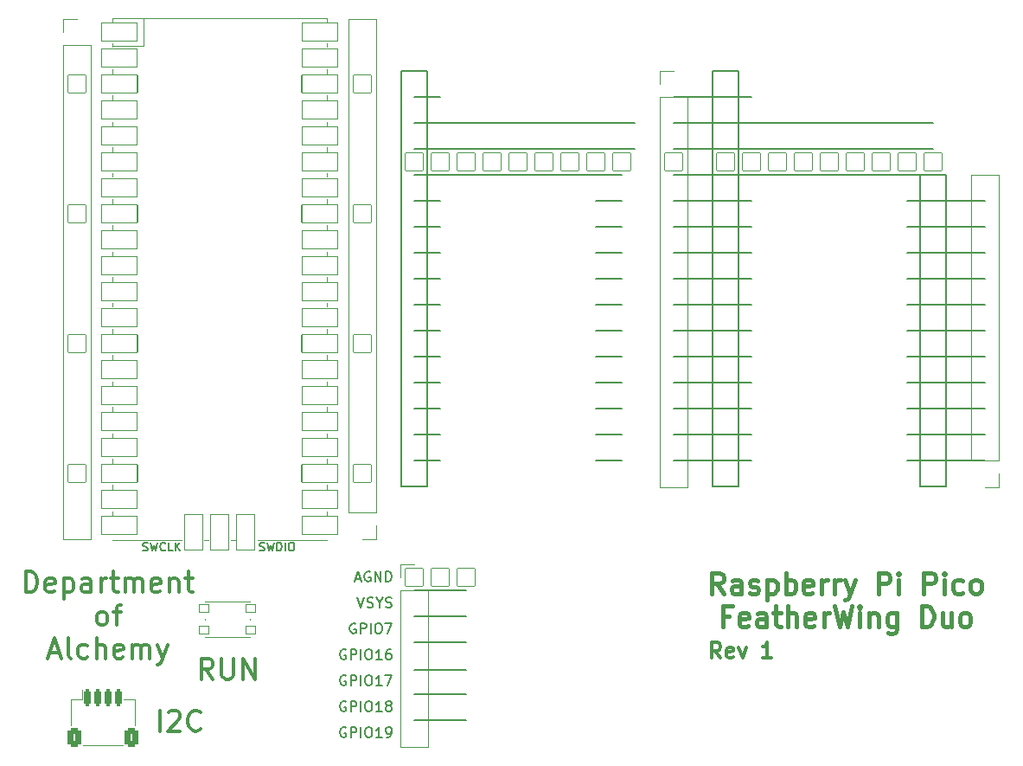
<source format=gto>
G04 #@! TF.GenerationSoftware,KiCad,Pcbnew,7.0.1*
G04 #@! TF.CreationDate,2023-06-02T18:37:16-05:00*
G04 #@! TF.ProjectId,PicoFeatherWingDuo,5069636f-4665-4617-9468-657257696e67,1*
G04 #@! TF.SameCoordinates,Original*
G04 #@! TF.FileFunction,Legend,Top*
G04 #@! TF.FilePolarity,Positive*
%FSLAX46Y46*%
G04 Gerber Fmt 4.6, Leading zero omitted, Abs format (unit mm)*
G04 Created by KiCad (PCBNEW 7.0.1) date 2023-06-02 18:37:16*
%MOMM*%
%LPD*%
G01*
G04 APERTURE LIST*
G04 Aperture macros list*
%AMRoundRect*
0 Rectangle with rounded corners*
0 $1 Rounding radius*
0 $2 $3 $4 $5 $6 $7 $8 $9 X,Y pos of 4 corners*
0 Add a 4 corners polygon primitive as box body*
4,1,4,$2,$3,$4,$5,$6,$7,$8,$9,$2,$3,0*
0 Add four circle primitives for the rounded corners*
1,1,$1+$1,$2,$3*
1,1,$1+$1,$4,$5*
1,1,$1+$1,$6,$7*
1,1,$1+$1,$8,$9*
0 Add four rect primitives between the rounded corners*
20,1,$1+$1,$2,$3,$4,$5,0*
20,1,$1+$1,$4,$5,$6,$7,0*
20,1,$1+$1,$6,$7,$8,$9,0*
20,1,$1+$1,$8,$9,$2,$3,0*%
G04 Aperture macros list end*
%ADD10C,0.150000*%
%ADD11C,0.300000*%
%ADD12C,0.400000*%
%ADD13C,0.120000*%
%ADD14O,1.776000X1.776000*%
%ADD15C,1.776000*%
%ADD16RoundRect,0.038000X-0.850000X-0.850000X0.850000X-0.850000X0.850000X0.850000X-0.850000X0.850000X0*%
%ADD17C,2.362000*%
%ADD18RoundRect,0.038000X-0.850000X0.850000X-0.850000X-0.850000X0.850000X-0.850000X0.850000X0.850000X0*%
%ADD19C,4.576000*%
%ADD20C,2.276000*%
%ADD21RoundRect,0.188000X-0.150000X-0.625000X0.150000X-0.625000X0.150000X0.625000X-0.150000X0.625000X0*%
%ADD22RoundRect,0.288000X-0.350000X-0.650000X0.350000X-0.650000X0.350000X0.650000X-0.350000X0.650000X0*%
%ADD23RoundRect,0.038000X0.850000X0.850000X-0.850000X0.850000X-0.850000X-0.850000X0.850000X-0.850000X0*%
%ADD24RoundRect,0.038000X-0.500000X-0.350000X0.500000X-0.350000X0.500000X0.350000X-0.500000X0.350000X0*%
%ADD25O,1.876000X1.876000*%
%ADD26O,1.576000X1.576000*%
%ADD27RoundRect,0.038000X-1.750000X-0.850000X1.750000X-0.850000X1.750000X0.850000X-1.750000X0.850000X0*%
%ADD28RoundRect,0.038000X0.850000X-1.750000X0.850000X1.750000X-0.850000X1.750000X-0.850000X-1.750000X0*%
G04 APERTURE END LIST*
D10*
X220980000Y-72390000D02*
X223520000Y-72390000D01*
X203200000Y-82550000D02*
X198120000Y-82550000D01*
X203200000Y-49530000D02*
X198120000Y-49530000D01*
X171450000Y-44450000D02*
X173990000Y-44450000D01*
X173990000Y-85090000D01*
X171450000Y-85090000D01*
X171450000Y-44450000D01*
X172720000Y-46990000D02*
X175260000Y-46990000D01*
X190500000Y-69850000D02*
X193040000Y-69850000D01*
X220980000Y-69850000D02*
X223520000Y-69850000D01*
X177800000Y-107950000D02*
X172720000Y-107950000D01*
X203200000Y-52070000D02*
X223520000Y-52070000D01*
X223520000Y-59690000D02*
X228600000Y-59690000D01*
X172720000Y-62230000D02*
X175260000Y-62230000D01*
X203200000Y-77470000D02*
X205740000Y-77470000D01*
X203200000Y-62230000D02*
X205740000Y-62230000D01*
X203200000Y-74930000D02*
X205740000Y-74930000D01*
X203200000Y-64770000D02*
X205740000Y-64770000D01*
X203200000Y-46990000D02*
X205740000Y-46990000D01*
X203200000Y-54610000D02*
X198120000Y-54610000D01*
X172720000Y-74930000D02*
X175260000Y-74930000D01*
X223520000Y-80010000D02*
X228600000Y-80010000D01*
X190500000Y-67310000D02*
X193040000Y-67310000D01*
X203200000Y-57150000D02*
X205740000Y-57150000D01*
X190500000Y-72390000D02*
X193040000Y-72390000D01*
X223520000Y-57150000D02*
X228600000Y-57150000D01*
X203200000Y-54610000D02*
X223520000Y-54610000D01*
X172720000Y-100330000D02*
X177800000Y-100330000D01*
X172720000Y-64770000D02*
X175260000Y-64770000D01*
X220980000Y-74930000D02*
X223520000Y-74930000D01*
X172720000Y-80010000D02*
X175260000Y-80010000D01*
X190500000Y-82550000D02*
X193040000Y-82550000D01*
X190500000Y-62230000D02*
X193040000Y-62230000D01*
X203200000Y-67310000D02*
X205740000Y-67310000D01*
X203200000Y-46990000D02*
X198120000Y-46990000D01*
X172720000Y-95250000D02*
X177800000Y-95250000D01*
X220980000Y-67310000D02*
X223520000Y-67310000D01*
X203200000Y-57150000D02*
X198120000Y-57150000D01*
X172720000Y-77470000D02*
X175260000Y-77470000D01*
X203200000Y-59690000D02*
X205740000Y-59690000D01*
X220980000Y-59690000D02*
X223520000Y-59690000D01*
X203200000Y-74930000D02*
X198120000Y-74930000D01*
X172720000Y-103000000D02*
X177800000Y-103000000D01*
X172720000Y-52070000D02*
X194310000Y-52070000D01*
X223520000Y-64770000D02*
X228600000Y-64770000D01*
X220980000Y-82550000D02*
X223520000Y-82550000D01*
X190500000Y-74930000D02*
X193040000Y-74930000D01*
X172720000Y-59690000D02*
X175260000Y-59690000D01*
X172720000Y-54610000D02*
X193040000Y-54610000D01*
X223520000Y-69850000D02*
X228600000Y-69850000D01*
X203200000Y-72390000D02*
X205740000Y-72390000D01*
X172720000Y-69850000D02*
X175260000Y-69850000D01*
X177800000Y-97790000D02*
X172720000Y-97790000D01*
X201930000Y-44450000D02*
X204470000Y-44450000D01*
X204470000Y-85090000D01*
X201930000Y-85090000D01*
X201930000Y-44450000D01*
X203200000Y-59690000D02*
X198120000Y-59690000D01*
X203200000Y-49530000D02*
X223520000Y-49530000D01*
X203200000Y-80010000D02*
X205740000Y-80010000D01*
X223520000Y-62230000D02*
X228600000Y-62230000D01*
X203200000Y-62230000D02*
X198120000Y-62230000D01*
X172720000Y-57150000D02*
X175260000Y-57150000D01*
X223520000Y-67310000D02*
X228600000Y-67310000D01*
X190500000Y-59690000D02*
X193040000Y-59690000D01*
X220980000Y-80010000D02*
X223520000Y-80010000D01*
X172720000Y-67310000D02*
X175260000Y-67310000D01*
X172720000Y-72390000D02*
X175260000Y-72390000D01*
X220980000Y-62230000D02*
X223520000Y-62230000D01*
X203200000Y-67310000D02*
X198120000Y-67310000D01*
X223520000Y-74930000D02*
X228600000Y-74930000D01*
X220980000Y-64770000D02*
X223520000Y-64770000D01*
X203200000Y-69850000D02*
X205740000Y-69850000D01*
X172720000Y-49530000D02*
X194310000Y-49530000D01*
X223520000Y-72390000D02*
X228600000Y-72390000D01*
X190500000Y-64770000D02*
X193040000Y-64770000D01*
X190500000Y-77470000D02*
X193040000Y-77470000D01*
X203200000Y-69850000D02*
X198120000Y-69850000D01*
X223520000Y-82550000D02*
X228600000Y-82550000D01*
X203200000Y-64770000D02*
X198120000Y-64770000D01*
X220980000Y-77470000D02*
X223520000Y-77470000D01*
X203200000Y-80010000D02*
X198120000Y-80010000D01*
X190500000Y-57150000D02*
X193040000Y-57150000D01*
X203200000Y-72390000D02*
X198120000Y-72390000D01*
X172720000Y-82550000D02*
X175260000Y-82550000D01*
X203200000Y-77470000D02*
X198120000Y-77470000D01*
X203200000Y-82550000D02*
X205740000Y-82550000D01*
X223520000Y-77470000D02*
X228600000Y-77470000D01*
X220980000Y-57150000D02*
X223520000Y-57150000D01*
X203200000Y-52070000D02*
X198120000Y-52070000D01*
X222250000Y-54610000D02*
X224790000Y-54610000D01*
X224790000Y-85090000D01*
X222250000Y-85090000D01*
X222250000Y-54610000D01*
X190500000Y-80010000D02*
X193040000Y-80010000D01*
X172720000Y-105410000D02*
X177800000Y-105410000D01*
X166021333Y-108653238D02*
X165926095Y-108605619D01*
X165926095Y-108605619D02*
X165783238Y-108605619D01*
X165783238Y-108605619D02*
X165640381Y-108653238D01*
X165640381Y-108653238D02*
X165545143Y-108748476D01*
X165545143Y-108748476D02*
X165497524Y-108843714D01*
X165497524Y-108843714D02*
X165449905Y-109034190D01*
X165449905Y-109034190D02*
X165449905Y-109177047D01*
X165449905Y-109177047D02*
X165497524Y-109367523D01*
X165497524Y-109367523D02*
X165545143Y-109462761D01*
X165545143Y-109462761D02*
X165640381Y-109558000D01*
X165640381Y-109558000D02*
X165783238Y-109605619D01*
X165783238Y-109605619D02*
X165878476Y-109605619D01*
X165878476Y-109605619D02*
X166021333Y-109558000D01*
X166021333Y-109558000D02*
X166068952Y-109510380D01*
X166068952Y-109510380D02*
X166068952Y-109177047D01*
X166068952Y-109177047D02*
X165878476Y-109177047D01*
X166497524Y-109605619D02*
X166497524Y-108605619D01*
X166497524Y-108605619D02*
X166878476Y-108605619D01*
X166878476Y-108605619D02*
X166973714Y-108653238D01*
X166973714Y-108653238D02*
X167021333Y-108700857D01*
X167021333Y-108700857D02*
X167068952Y-108796095D01*
X167068952Y-108796095D02*
X167068952Y-108938952D01*
X167068952Y-108938952D02*
X167021333Y-109034190D01*
X167021333Y-109034190D02*
X166973714Y-109081809D01*
X166973714Y-109081809D02*
X166878476Y-109129428D01*
X166878476Y-109129428D02*
X166497524Y-109129428D01*
X167497524Y-109605619D02*
X167497524Y-108605619D01*
X168164190Y-108605619D02*
X168354666Y-108605619D01*
X168354666Y-108605619D02*
X168449904Y-108653238D01*
X168449904Y-108653238D02*
X168545142Y-108748476D01*
X168545142Y-108748476D02*
X168592761Y-108938952D01*
X168592761Y-108938952D02*
X168592761Y-109272285D01*
X168592761Y-109272285D02*
X168545142Y-109462761D01*
X168545142Y-109462761D02*
X168449904Y-109558000D01*
X168449904Y-109558000D02*
X168354666Y-109605619D01*
X168354666Y-109605619D02*
X168164190Y-109605619D01*
X168164190Y-109605619D02*
X168068952Y-109558000D01*
X168068952Y-109558000D02*
X167973714Y-109462761D01*
X167973714Y-109462761D02*
X167926095Y-109272285D01*
X167926095Y-109272285D02*
X167926095Y-108938952D01*
X167926095Y-108938952D02*
X167973714Y-108748476D01*
X167973714Y-108748476D02*
X168068952Y-108653238D01*
X168068952Y-108653238D02*
X168164190Y-108605619D01*
X169545142Y-109605619D02*
X168973714Y-109605619D01*
X169259428Y-109605619D02*
X169259428Y-108605619D01*
X169259428Y-108605619D02*
X169164190Y-108748476D01*
X169164190Y-108748476D02*
X169068952Y-108843714D01*
X169068952Y-108843714D02*
X168973714Y-108891333D01*
X170021333Y-109605619D02*
X170211809Y-109605619D01*
X170211809Y-109605619D02*
X170307047Y-109558000D01*
X170307047Y-109558000D02*
X170354666Y-109510380D01*
X170354666Y-109510380D02*
X170449904Y-109367523D01*
X170449904Y-109367523D02*
X170497523Y-109177047D01*
X170497523Y-109177047D02*
X170497523Y-108796095D01*
X170497523Y-108796095D02*
X170449904Y-108700857D01*
X170449904Y-108700857D02*
X170402285Y-108653238D01*
X170402285Y-108653238D02*
X170307047Y-108605619D01*
X170307047Y-108605619D02*
X170116571Y-108605619D01*
X170116571Y-108605619D02*
X170021333Y-108653238D01*
X170021333Y-108653238D02*
X169973714Y-108700857D01*
X169973714Y-108700857D02*
X169926095Y-108796095D01*
X169926095Y-108796095D02*
X169926095Y-109034190D01*
X169926095Y-109034190D02*
X169973714Y-109129428D01*
X169973714Y-109129428D02*
X170021333Y-109177047D01*
X170021333Y-109177047D02*
X170116571Y-109224666D01*
X170116571Y-109224666D02*
X170307047Y-109224666D01*
X170307047Y-109224666D02*
X170402285Y-109177047D01*
X170402285Y-109177047D02*
X170449904Y-109129428D01*
X170449904Y-109129428D02*
X170497523Y-109034190D01*
D11*
X134700380Y-95383238D02*
X134700380Y-93383238D01*
X134700380Y-93383238D02*
X135176570Y-93383238D01*
X135176570Y-93383238D02*
X135462285Y-93478476D01*
X135462285Y-93478476D02*
X135652761Y-93668952D01*
X135652761Y-93668952D02*
X135747999Y-93859428D01*
X135747999Y-93859428D02*
X135843237Y-94240380D01*
X135843237Y-94240380D02*
X135843237Y-94526095D01*
X135843237Y-94526095D02*
X135747999Y-94907047D01*
X135747999Y-94907047D02*
X135652761Y-95097523D01*
X135652761Y-95097523D02*
X135462285Y-95288000D01*
X135462285Y-95288000D02*
X135176570Y-95383238D01*
X135176570Y-95383238D02*
X134700380Y-95383238D01*
X137462285Y-95288000D02*
X137271809Y-95383238D01*
X137271809Y-95383238D02*
X136890856Y-95383238D01*
X136890856Y-95383238D02*
X136700380Y-95288000D01*
X136700380Y-95288000D02*
X136605142Y-95097523D01*
X136605142Y-95097523D02*
X136605142Y-94335619D01*
X136605142Y-94335619D02*
X136700380Y-94145142D01*
X136700380Y-94145142D02*
X136890856Y-94049904D01*
X136890856Y-94049904D02*
X137271809Y-94049904D01*
X137271809Y-94049904D02*
X137462285Y-94145142D01*
X137462285Y-94145142D02*
X137557523Y-94335619D01*
X137557523Y-94335619D02*
X137557523Y-94526095D01*
X137557523Y-94526095D02*
X136605142Y-94716571D01*
X138414666Y-94049904D02*
X138414666Y-96049904D01*
X138414666Y-94145142D02*
X138605142Y-94049904D01*
X138605142Y-94049904D02*
X138986095Y-94049904D01*
X138986095Y-94049904D02*
X139176571Y-94145142D01*
X139176571Y-94145142D02*
X139271809Y-94240380D01*
X139271809Y-94240380D02*
X139367047Y-94430857D01*
X139367047Y-94430857D02*
X139367047Y-95002285D01*
X139367047Y-95002285D02*
X139271809Y-95192761D01*
X139271809Y-95192761D02*
X139176571Y-95288000D01*
X139176571Y-95288000D02*
X138986095Y-95383238D01*
X138986095Y-95383238D02*
X138605142Y-95383238D01*
X138605142Y-95383238D02*
X138414666Y-95288000D01*
X141081333Y-95383238D02*
X141081333Y-94335619D01*
X141081333Y-94335619D02*
X140986095Y-94145142D01*
X140986095Y-94145142D02*
X140795619Y-94049904D01*
X140795619Y-94049904D02*
X140414666Y-94049904D01*
X140414666Y-94049904D02*
X140224190Y-94145142D01*
X141081333Y-95288000D02*
X140890857Y-95383238D01*
X140890857Y-95383238D02*
X140414666Y-95383238D01*
X140414666Y-95383238D02*
X140224190Y-95288000D01*
X140224190Y-95288000D02*
X140128952Y-95097523D01*
X140128952Y-95097523D02*
X140128952Y-94907047D01*
X140128952Y-94907047D02*
X140224190Y-94716571D01*
X140224190Y-94716571D02*
X140414666Y-94621333D01*
X140414666Y-94621333D02*
X140890857Y-94621333D01*
X140890857Y-94621333D02*
X141081333Y-94526095D01*
X142033714Y-95383238D02*
X142033714Y-94049904D01*
X142033714Y-94430857D02*
X142128952Y-94240380D01*
X142128952Y-94240380D02*
X142224190Y-94145142D01*
X142224190Y-94145142D02*
X142414666Y-94049904D01*
X142414666Y-94049904D02*
X142605143Y-94049904D01*
X142986095Y-94049904D02*
X143747999Y-94049904D01*
X143271809Y-93383238D02*
X143271809Y-95097523D01*
X143271809Y-95097523D02*
X143367047Y-95288000D01*
X143367047Y-95288000D02*
X143557523Y-95383238D01*
X143557523Y-95383238D02*
X143747999Y-95383238D01*
X144414666Y-95383238D02*
X144414666Y-94049904D01*
X144414666Y-94240380D02*
X144509904Y-94145142D01*
X144509904Y-94145142D02*
X144700380Y-94049904D01*
X144700380Y-94049904D02*
X144986095Y-94049904D01*
X144986095Y-94049904D02*
X145176571Y-94145142D01*
X145176571Y-94145142D02*
X145271809Y-94335619D01*
X145271809Y-94335619D02*
X145271809Y-95383238D01*
X145271809Y-94335619D02*
X145367047Y-94145142D01*
X145367047Y-94145142D02*
X145557523Y-94049904D01*
X145557523Y-94049904D02*
X145843237Y-94049904D01*
X145843237Y-94049904D02*
X146033714Y-94145142D01*
X146033714Y-94145142D02*
X146128952Y-94335619D01*
X146128952Y-94335619D02*
X146128952Y-95383238D01*
X147843238Y-95288000D02*
X147652762Y-95383238D01*
X147652762Y-95383238D02*
X147271809Y-95383238D01*
X147271809Y-95383238D02*
X147081333Y-95288000D01*
X147081333Y-95288000D02*
X146986095Y-95097523D01*
X146986095Y-95097523D02*
X146986095Y-94335619D01*
X146986095Y-94335619D02*
X147081333Y-94145142D01*
X147081333Y-94145142D02*
X147271809Y-94049904D01*
X147271809Y-94049904D02*
X147652762Y-94049904D01*
X147652762Y-94049904D02*
X147843238Y-94145142D01*
X147843238Y-94145142D02*
X147938476Y-94335619D01*
X147938476Y-94335619D02*
X147938476Y-94526095D01*
X147938476Y-94526095D02*
X146986095Y-94716571D01*
X148795619Y-94049904D02*
X148795619Y-95383238D01*
X148795619Y-94240380D02*
X148890857Y-94145142D01*
X148890857Y-94145142D02*
X149081333Y-94049904D01*
X149081333Y-94049904D02*
X149367048Y-94049904D01*
X149367048Y-94049904D02*
X149557524Y-94145142D01*
X149557524Y-94145142D02*
X149652762Y-94335619D01*
X149652762Y-94335619D02*
X149652762Y-95383238D01*
X150319429Y-94049904D02*
X151081333Y-94049904D01*
X150605143Y-93383238D02*
X150605143Y-95097523D01*
X150605143Y-95097523D02*
X150700381Y-95288000D01*
X150700381Y-95288000D02*
X150890857Y-95383238D01*
X150890857Y-95383238D02*
X151081333Y-95383238D01*
X142033714Y-98623238D02*
X141843238Y-98528000D01*
X141843238Y-98528000D02*
X141748000Y-98432761D01*
X141748000Y-98432761D02*
X141652762Y-98242285D01*
X141652762Y-98242285D02*
X141652762Y-97670857D01*
X141652762Y-97670857D02*
X141748000Y-97480380D01*
X141748000Y-97480380D02*
X141843238Y-97385142D01*
X141843238Y-97385142D02*
X142033714Y-97289904D01*
X142033714Y-97289904D02*
X142319429Y-97289904D01*
X142319429Y-97289904D02*
X142509905Y-97385142D01*
X142509905Y-97385142D02*
X142605143Y-97480380D01*
X142605143Y-97480380D02*
X142700381Y-97670857D01*
X142700381Y-97670857D02*
X142700381Y-98242285D01*
X142700381Y-98242285D02*
X142605143Y-98432761D01*
X142605143Y-98432761D02*
X142509905Y-98528000D01*
X142509905Y-98528000D02*
X142319429Y-98623238D01*
X142319429Y-98623238D02*
X142033714Y-98623238D01*
X143271810Y-97289904D02*
X144033714Y-97289904D01*
X143557524Y-98623238D02*
X143557524Y-96908952D01*
X143557524Y-96908952D02*
X143652762Y-96718476D01*
X143652762Y-96718476D02*
X143843238Y-96623238D01*
X143843238Y-96623238D02*
X144033714Y-96623238D01*
X137033713Y-101291809D02*
X137986094Y-101291809D01*
X136843237Y-101863238D02*
X137509903Y-99863238D01*
X137509903Y-99863238D02*
X138176570Y-101863238D01*
X139128951Y-101863238D02*
X138938475Y-101768000D01*
X138938475Y-101768000D02*
X138843237Y-101577523D01*
X138843237Y-101577523D02*
X138843237Y-99863238D01*
X140747999Y-101768000D02*
X140557523Y-101863238D01*
X140557523Y-101863238D02*
X140176570Y-101863238D01*
X140176570Y-101863238D02*
X139986094Y-101768000D01*
X139986094Y-101768000D02*
X139890856Y-101672761D01*
X139890856Y-101672761D02*
X139795618Y-101482285D01*
X139795618Y-101482285D02*
X139795618Y-100910857D01*
X139795618Y-100910857D02*
X139890856Y-100720380D01*
X139890856Y-100720380D02*
X139986094Y-100625142D01*
X139986094Y-100625142D02*
X140176570Y-100529904D01*
X140176570Y-100529904D02*
X140557523Y-100529904D01*
X140557523Y-100529904D02*
X140747999Y-100625142D01*
X141605142Y-101863238D02*
X141605142Y-99863238D01*
X142462285Y-101863238D02*
X142462285Y-100815619D01*
X142462285Y-100815619D02*
X142367047Y-100625142D01*
X142367047Y-100625142D02*
X142176571Y-100529904D01*
X142176571Y-100529904D02*
X141890856Y-100529904D01*
X141890856Y-100529904D02*
X141700380Y-100625142D01*
X141700380Y-100625142D02*
X141605142Y-100720380D01*
X144176571Y-101768000D02*
X143986095Y-101863238D01*
X143986095Y-101863238D02*
X143605142Y-101863238D01*
X143605142Y-101863238D02*
X143414666Y-101768000D01*
X143414666Y-101768000D02*
X143319428Y-101577523D01*
X143319428Y-101577523D02*
X143319428Y-100815619D01*
X143319428Y-100815619D02*
X143414666Y-100625142D01*
X143414666Y-100625142D02*
X143605142Y-100529904D01*
X143605142Y-100529904D02*
X143986095Y-100529904D01*
X143986095Y-100529904D02*
X144176571Y-100625142D01*
X144176571Y-100625142D02*
X144271809Y-100815619D01*
X144271809Y-100815619D02*
X144271809Y-101006095D01*
X144271809Y-101006095D02*
X143319428Y-101196571D01*
X145128952Y-101863238D02*
X145128952Y-100529904D01*
X145128952Y-100720380D02*
X145224190Y-100625142D01*
X145224190Y-100625142D02*
X145414666Y-100529904D01*
X145414666Y-100529904D02*
X145700381Y-100529904D01*
X145700381Y-100529904D02*
X145890857Y-100625142D01*
X145890857Y-100625142D02*
X145986095Y-100815619D01*
X145986095Y-100815619D02*
X145986095Y-101863238D01*
X145986095Y-100815619D02*
X146081333Y-100625142D01*
X146081333Y-100625142D02*
X146271809Y-100529904D01*
X146271809Y-100529904D02*
X146557523Y-100529904D01*
X146557523Y-100529904D02*
X146748000Y-100625142D01*
X146748000Y-100625142D02*
X146843238Y-100815619D01*
X146843238Y-100815619D02*
X146843238Y-101863238D01*
X147605143Y-100529904D02*
X148081333Y-101863238D01*
X148557524Y-100529904D02*
X148081333Y-101863238D01*
X148081333Y-101863238D02*
X147890857Y-102339428D01*
X147890857Y-102339428D02*
X147795619Y-102434666D01*
X147795619Y-102434666D02*
X147605143Y-102529904D01*
D10*
X167164190Y-95905619D02*
X167497523Y-96905619D01*
X167497523Y-96905619D02*
X167830856Y-95905619D01*
X168116571Y-96858000D02*
X168259428Y-96905619D01*
X168259428Y-96905619D02*
X168497523Y-96905619D01*
X168497523Y-96905619D02*
X168592761Y-96858000D01*
X168592761Y-96858000D02*
X168640380Y-96810380D01*
X168640380Y-96810380D02*
X168687999Y-96715142D01*
X168687999Y-96715142D02*
X168687999Y-96619904D01*
X168687999Y-96619904D02*
X168640380Y-96524666D01*
X168640380Y-96524666D02*
X168592761Y-96477047D01*
X168592761Y-96477047D02*
X168497523Y-96429428D01*
X168497523Y-96429428D02*
X168307047Y-96381809D01*
X168307047Y-96381809D02*
X168211809Y-96334190D01*
X168211809Y-96334190D02*
X168164190Y-96286571D01*
X168164190Y-96286571D02*
X168116571Y-96191333D01*
X168116571Y-96191333D02*
X168116571Y-96096095D01*
X168116571Y-96096095D02*
X168164190Y-96000857D01*
X168164190Y-96000857D02*
X168211809Y-95953238D01*
X168211809Y-95953238D02*
X168307047Y-95905619D01*
X168307047Y-95905619D02*
X168545142Y-95905619D01*
X168545142Y-95905619D02*
X168687999Y-95953238D01*
X169307047Y-96429428D02*
X169307047Y-96905619D01*
X168973714Y-95905619D02*
X169307047Y-96429428D01*
X169307047Y-96429428D02*
X169640380Y-95905619D01*
X169926095Y-96858000D02*
X170068952Y-96905619D01*
X170068952Y-96905619D02*
X170307047Y-96905619D01*
X170307047Y-96905619D02*
X170402285Y-96858000D01*
X170402285Y-96858000D02*
X170449904Y-96810380D01*
X170449904Y-96810380D02*
X170497523Y-96715142D01*
X170497523Y-96715142D02*
X170497523Y-96619904D01*
X170497523Y-96619904D02*
X170449904Y-96524666D01*
X170449904Y-96524666D02*
X170402285Y-96477047D01*
X170402285Y-96477047D02*
X170307047Y-96429428D01*
X170307047Y-96429428D02*
X170116571Y-96381809D01*
X170116571Y-96381809D02*
X170021333Y-96334190D01*
X170021333Y-96334190D02*
X169973714Y-96286571D01*
X169973714Y-96286571D02*
X169926095Y-96191333D01*
X169926095Y-96191333D02*
X169926095Y-96096095D01*
X169926095Y-96096095D02*
X169973714Y-96000857D01*
X169973714Y-96000857D02*
X170021333Y-95953238D01*
X170021333Y-95953238D02*
X170116571Y-95905619D01*
X170116571Y-95905619D02*
X170354666Y-95905619D01*
X170354666Y-95905619D02*
X170497523Y-95953238D01*
D11*
X147796190Y-108975238D02*
X147796190Y-106975238D01*
X148653333Y-107165714D02*
X148748571Y-107070476D01*
X148748571Y-107070476D02*
X148939047Y-106975238D01*
X148939047Y-106975238D02*
X149415238Y-106975238D01*
X149415238Y-106975238D02*
X149605714Y-107070476D01*
X149605714Y-107070476D02*
X149700952Y-107165714D01*
X149700952Y-107165714D02*
X149796190Y-107356190D01*
X149796190Y-107356190D02*
X149796190Y-107546666D01*
X149796190Y-107546666D02*
X149700952Y-107832380D01*
X149700952Y-107832380D02*
X148558095Y-108975238D01*
X148558095Y-108975238D02*
X149796190Y-108975238D01*
X151796190Y-108784761D02*
X151700952Y-108880000D01*
X151700952Y-108880000D02*
X151415238Y-108975238D01*
X151415238Y-108975238D02*
X151224762Y-108975238D01*
X151224762Y-108975238D02*
X150939047Y-108880000D01*
X150939047Y-108880000D02*
X150748571Y-108689523D01*
X150748571Y-108689523D02*
X150653333Y-108499047D01*
X150653333Y-108499047D02*
X150558095Y-108118095D01*
X150558095Y-108118095D02*
X150558095Y-107832380D01*
X150558095Y-107832380D02*
X150653333Y-107451428D01*
X150653333Y-107451428D02*
X150748571Y-107260952D01*
X150748571Y-107260952D02*
X150939047Y-107070476D01*
X150939047Y-107070476D02*
X151224762Y-106975238D01*
X151224762Y-106975238D02*
X151415238Y-106975238D01*
X151415238Y-106975238D02*
X151700952Y-107070476D01*
X151700952Y-107070476D02*
X151796190Y-107165714D01*
X153003047Y-103895238D02*
X152336380Y-102942857D01*
X151860190Y-103895238D02*
X151860190Y-101895238D01*
X151860190Y-101895238D02*
X152622095Y-101895238D01*
X152622095Y-101895238D02*
X152812571Y-101990476D01*
X152812571Y-101990476D02*
X152907809Y-102085714D01*
X152907809Y-102085714D02*
X153003047Y-102276190D01*
X153003047Y-102276190D02*
X153003047Y-102561904D01*
X153003047Y-102561904D02*
X152907809Y-102752380D01*
X152907809Y-102752380D02*
X152812571Y-102847619D01*
X152812571Y-102847619D02*
X152622095Y-102942857D01*
X152622095Y-102942857D02*
X151860190Y-102942857D01*
X153860190Y-101895238D02*
X153860190Y-103514285D01*
X153860190Y-103514285D02*
X153955428Y-103704761D01*
X153955428Y-103704761D02*
X154050666Y-103800000D01*
X154050666Y-103800000D02*
X154241142Y-103895238D01*
X154241142Y-103895238D02*
X154622095Y-103895238D01*
X154622095Y-103895238D02*
X154812571Y-103800000D01*
X154812571Y-103800000D02*
X154907809Y-103704761D01*
X154907809Y-103704761D02*
X155003047Y-103514285D01*
X155003047Y-103514285D02*
X155003047Y-101895238D01*
X155955428Y-103895238D02*
X155955428Y-101895238D01*
X155955428Y-101895238D02*
X157098285Y-103895238D01*
X157098285Y-103895238D02*
X157098285Y-101895238D01*
X202714285Y-101816428D02*
X202214285Y-101102142D01*
X201857142Y-101816428D02*
X201857142Y-100316428D01*
X201857142Y-100316428D02*
X202428571Y-100316428D01*
X202428571Y-100316428D02*
X202571428Y-100387857D01*
X202571428Y-100387857D02*
X202642857Y-100459285D01*
X202642857Y-100459285D02*
X202714285Y-100602142D01*
X202714285Y-100602142D02*
X202714285Y-100816428D01*
X202714285Y-100816428D02*
X202642857Y-100959285D01*
X202642857Y-100959285D02*
X202571428Y-101030714D01*
X202571428Y-101030714D02*
X202428571Y-101102142D01*
X202428571Y-101102142D02*
X201857142Y-101102142D01*
X203928571Y-101745000D02*
X203785714Y-101816428D01*
X203785714Y-101816428D02*
X203500000Y-101816428D01*
X203500000Y-101816428D02*
X203357142Y-101745000D01*
X203357142Y-101745000D02*
X203285714Y-101602142D01*
X203285714Y-101602142D02*
X203285714Y-101030714D01*
X203285714Y-101030714D02*
X203357142Y-100887857D01*
X203357142Y-100887857D02*
X203500000Y-100816428D01*
X203500000Y-100816428D02*
X203785714Y-100816428D01*
X203785714Y-100816428D02*
X203928571Y-100887857D01*
X203928571Y-100887857D02*
X204000000Y-101030714D01*
X204000000Y-101030714D02*
X204000000Y-101173571D01*
X204000000Y-101173571D02*
X203285714Y-101316428D01*
X204499999Y-100816428D02*
X204857142Y-101816428D01*
X204857142Y-101816428D02*
X205214285Y-100816428D01*
X207714285Y-101816428D02*
X206857142Y-101816428D01*
X207285713Y-101816428D02*
X207285713Y-100316428D01*
X207285713Y-100316428D02*
X207142856Y-100530714D01*
X207142856Y-100530714D02*
X206999999Y-100673571D01*
X206999999Y-100673571D02*
X206857142Y-100745000D01*
D10*
X166973714Y-98493238D02*
X166878476Y-98445619D01*
X166878476Y-98445619D02*
X166735619Y-98445619D01*
X166735619Y-98445619D02*
X166592762Y-98493238D01*
X166592762Y-98493238D02*
X166497524Y-98588476D01*
X166497524Y-98588476D02*
X166449905Y-98683714D01*
X166449905Y-98683714D02*
X166402286Y-98874190D01*
X166402286Y-98874190D02*
X166402286Y-99017047D01*
X166402286Y-99017047D02*
X166449905Y-99207523D01*
X166449905Y-99207523D02*
X166497524Y-99302761D01*
X166497524Y-99302761D02*
X166592762Y-99398000D01*
X166592762Y-99398000D02*
X166735619Y-99445619D01*
X166735619Y-99445619D02*
X166830857Y-99445619D01*
X166830857Y-99445619D02*
X166973714Y-99398000D01*
X166973714Y-99398000D02*
X167021333Y-99350380D01*
X167021333Y-99350380D02*
X167021333Y-99017047D01*
X167021333Y-99017047D02*
X166830857Y-99017047D01*
X167449905Y-99445619D02*
X167449905Y-98445619D01*
X167449905Y-98445619D02*
X167830857Y-98445619D01*
X167830857Y-98445619D02*
X167926095Y-98493238D01*
X167926095Y-98493238D02*
X167973714Y-98540857D01*
X167973714Y-98540857D02*
X168021333Y-98636095D01*
X168021333Y-98636095D02*
X168021333Y-98778952D01*
X168021333Y-98778952D02*
X167973714Y-98874190D01*
X167973714Y-98874190D02*
X167926095Y-98921809D01*
X167926095Y-98921809D02*
X167830857Y-98969428D01*
X167830857Y-98969428D02*
X167449905Y-98969428D01*
X168449905Y-99445619D02*
X168449905Y-98445619D01*
X169116571Y-98445619D02*
X169307047Y-98445619D01*
X169307047Y-98445619D02*
X169402285Y-98493238D01*
X169402285Y-98493238D02*
X169497523Y-98588476D01*
X169497523Y-98588476D02*
X169545142Y-98778952D01*
X169545142Y-98778952D02*
X169545142Y-99112285D01*
X169545142Y-99112285D02*
X169497523Y-99302761D01*
X169497523Y-99302761D02*
X169402285Y-99398000D01*
X169402285Y-99398000D02*
X169307047Y-99445619D01*
X169307047Y-99445619D02*
X169116571Y-99445619D01*
X169116571Y-99445619D02*
X169021333Y-99398000D01*
X169021333Y-99398000D02*
X168926095Y-99302761D01*
X168926095Y-99302761D02*
X168878476Y-99112285D01*
X168878476Y-99112285D02*
X168878476Y-98778952D01*
X168878476Y-98778952D02*
X168926095Y-98588476D01*
X168926095Y-98588476D02*
X169021333Y-98493238D01*
X169021333Y-98493238D02*
X169116571Y-98445619D01*
X169878476Y-98445619D02*
X170545142Y-98445619D01*
X170545142Y-98445619D02*
X170116571Y-99445619D01*
X166973714Y-94079904D02*
X167449904Y-94079904D01*
X166878476Y-94365619D02*
X167211809Y-93365619D01*
X167211809Y-93365619D02*
X167545142Y-94365619D01*
X168402285Y-93413238D02*
X168307047Y-93365619D01*
X168307047Y-93365619D02*
X168164190Y-93365619D01*
X168164190Y-93365619D02*
X168021333Y-93413238D01*
X168021333Y-93413238D02*
X167926095Y-93508476D01*
X167926095Y-93508476D02*
X167878476Y-93603714D01*
X167878476Y-93603714D02*
X167830857Y-93794190D01*
X167830857Y-93794190D02*
X167830857Y-93937047D01*
X167830857Y-93937047D02*
X167878476Y-94127523D01*
X167878476Y-94127523D02*
X167926095Y-94222761D01*
X167926095Y-94222761D02*
X168021333Y-94318000D01*
X168021333Y-94318000D02*
X168164190Y-94365619D01*
X168164190Y-94365619D02*
X168259428Y-94365619D01*
X168259428Y-94365619D02*
X168402285Y-94318000D01*
X168402285Y-94318000D02*
X168449904Y-94270380D01*
X168449904Y-94270380D02*
X168449904Y-93937047D01*
X168449904Y-93937047D02*
X168259428Y-93937047D01*
X168878476Y-94365619D02*
X168878476Y-93365619D01*
X168878476Y-93365619D02*
X169449904Y-94365619D01*
X169449904Y-94365619D02*
X169449904Y-93365619D01*
X169926095Y-94365619D02*
X169926095Y-93365619D01*
X169926095Y-93365619D02*
X170164190Y-93365619D01*
X170164190Y-93365619D02*
X170307047Y-93413238D01*
X170307047Y-93413238D02*
X170402285Y-93508476D01*
X170402285Y-93508476D02*
X170449904Y-93603714D01*
X170449904Y-93603714D02*
X170497523Y-93794190D01*
X170497523Y-93794190D02*
X170497523Y-93937047D01*
X170497523Y-93937047D02*
X170449904Y-94127523D01*
X170449904Y-94127523D02*
X170402285Y-94222761D01*
X170402285Y-94222761D02*
X170307047Y-94318000D01*
X170307047Y-94318000D02*
X170164190Y-94365619D01*
X170164190Y-94365619D02*
X169926095Y-94365619D01*
D12*
X202999998Y-95515238D02*
X202333331Y-94562857D01*
X201857141Y-95515238D02*
X201857141Y-93515238D01*
X201857141Y-93515238D02*
X202619046Y-93515238D01*
X202619046Y-93515238D02*
X202809522Y-93610476D01*
X202809522Y-93610476D02*
X202904760Y-93705714D01*
X202904760Y-93705714D02*
X202999998Y-93896190D01*
X202999998Y-93896190D02*
X202999998Y-94181904D01*
X202999998Y-94181904D02*
X202904760Y-94372380D01*
X202904760Y-94372380D02*
X202809522Y-94467619D01*
X202809522Y-94467619D02*
X202619046Y-94562857D01*
X202619046Y-94562857D02*
X201857141Y-94562857D01*
X204714284Y-95515238D02*
X204714284Y-94467619D01*
X204714284Y-94467619D02*
X204619046Y-94277142D01*
X204619046Y-94277142D02*
X204428570Y-94181904D01*
X204428570Y-94181904D02*
X204047617Y-94181904D01*
X204047617Y-94181904D02*
X203857141Y-94277142D01*
X204714284Y-95420000D02*
X204523808Y-95515238D01*
X204523808Y-95515238D02*
X204047617Y-95515238D01*
X204047617Y-95515238D02*
X203857141Y-95420000D01*
X203857141Y-95420000D02*
X203761903Y-95229523D01*
X203761903Y-95229523D02*
X203761903Y-95039047D01*
X203761903Y-95039047D02*
X203857141Y-94848571D01*
X203857141Y-94848571D02*
X204047617Y-94753333D01*
X204047617Y-94753333D02*
X204523808Y-94753333D01*
X204523808Y-94753333D02*
X204714284Y-94658095D01*
X205571427Y-95420000D02*
X205761903Y-95515238D01*
X205761903Y-95515238D02*
X206142855Y-95515238D01*
X206142855Y-95515238D02*
X206333332Y-95420000D01*
X206333332Y-95420000D02*
X206428570Y-95229523D01*
X206428570Y-95229523D02*
X206428570Y-95134285D01*
X206428570Y-95134285D02*
X206333332Y-94943809D01*
X206333332Y-94943809D02*
X206142855Y-94848571D01*
X206142855Y-94848571D02*
X205857141Y-94848571D01*
X205857141Y-94848571D02*
X205666665Y-94753333D01*
X205666665Y-94753333D02*
X205571427Y-94562857D01*
X205571427Y-94562857D02*
X205571427Y-94467619D01*
X205571427Y-94467619D02*
X205666665Y-94277142D01*
X205666665Y-94277142D02*
X205857141Y-94181904D01*
X205857141Y-94181904D02*
X206142855Y-94181904D01*
X206142855Y-94181904D02*
X206333332Y-94277142D01*
X207285713Y-94181904D02*
X207285713Y-96181904D01*
X207285713Y-94277142D02*
X207476189Y-94181904D01*
X207476189Y-94181904D02*
X207857142Y-94181904D01*
X207857142Y-94181904D02*
X208047618Y-94277142D01*
X208047618Y-94277142D02*
X208142856Y-94372380D01*
X208142856Y-94372380D02*
X208238094Y-94562857D01*
X208238094Y-94562857D02*
X208238094Y-95134285D01*
X208238094Y-95134285D02*
X208142856Y-95324761D01*
X208142856Y-95324761D02*
X208047618Y-95420000D01*
X208047618Y-95420000D02*
X207857142Y-95515238D01*
X207857142Y-95515238D02*
X207476189Y-95515238D01*
X207476189Y-95515238D02*
X207285713Y-95420000D01*
X209095237Y-95515238D02*
X209095237Y-93515238D01*
X209095237Y-94277142D02*
X209285713Y-94181904D01*
X209285713Y-94181904D02*
X209666666Y-94181904D01*
X209666666Y-94181904D02*
X209857142Y-94277142D01*
X209857142Y-94277142D02*
X209952380Y-94372380D01*
X209952380Y-94372380D02*
X210047618Y-94562857D01*
X210047618Y-94562857D02*
X210047618Y-95134285D01*
X210047618Y-95134285D02*
X209952380Y-95324761D01*
X209952380Y-95324761D02*
X209857142Y-95420000D01*
X209857142Y-95420000D02*
X209666666Y-95515238D01*
X209666666Y-95515238D02*
X209285713Y-95515238D01*
X209285713Y-95515238D02*
X209095237Y-95420000D01*
X211666666Y-95420000D02*
X211476190Y-95515238D01*
X211476190Y-95515238D02*
X211095237Y-95515238D01*
X211095237Y-95515238D02*
X210904761Y-95420000D01*
X210904761Y-95420000D02*
X210809523Y-95229523D01*
X210809523Y-95229523D02*
X210809523Y-94467619D01*
X210809523Y-94467619D02*
X210904761Y-94277142D01*
X210904761Y-94277142D02*
X211095237Y-94181904D01*
X211095237Y-94181904D02*
X211476190Y-94181904D01*
X211476190Y-94181904D02*
X211666666Y-94277142D01*
X211666666Y-94277142D02*
X211761904Y-94467619D01*
X211761904Y-94467619D02*
X211761904Y-94658095D01*
X211761904Y-94658095D02*
X210809523Y-94848571D01*
X212619047Y-95515238D02*
X212619047Y-94181904D01*
X212619047Y-94562857D02*
X212714285Y-94372380D01*
X212714285Y-94372380D02*
X212809523Y-94277142D01*
X212809523Y-94277142D02*
X212999999Y-94181904D01*
X212999999Y-94181904D02*
X213190476Y-94181904D01*
X213857142Y-95515238D02*
X213857142Y-94181904D01*
X213857142Y-94562857D02*
X213952380Y-94372380D01*
X213952380Y-94372380D02*
X214047618Y-94277142D01*
X214047618Y-94277142D02*
X214238094Y-94181904D01*
X214238094Y-94181904D02*
X214428571Y-94181904D01*
X214904761Y-94181904D02*
X215380951Y-95515238D01*
X215857142Y-94181904D02*
X215380951Y-95515238D01*
X215380951Y-95515238D02*
X215190475Y-95991428D01*
X215190475Y-95991428D02*
X215095237Y-96086666D01*
X215095237Y-96086666D02*
X214904761Y-96181904D01*
X218142857Y-95515238D02*
X218142857Y-93515238D01*
X218142857Y-93515238D02*
X218904762Y-93515238D01*
X218904762Y-93515238D02*
X219095238Y-93610476D01*
X219095238Y-93610476D02*
X219190476Y-93705714D01*
X219190476Y-93705714D02*
X219285714Y-93896190D01*
X219285714Y-93896190D02*
X219285714Y-94181904D01*
X219285714Y-94181904D02*
X219190476Y-94372380D01*
X219190476Y-94372380D02*
X219095238Y-94467619D01*
X219095238Y-94467619D02*
X218904762Y-94562857D01*
X218904762Y-94562857D02*
X218142857Y-94562857D01*
X220142857Y-95515238D02*
X220142857Y-94181904D01*
X220142857Y-93515238D02*
X220047619Y-93610476D01*
X220047619Y-93610476D02*
X220142857Y-93705714D01*
X220142857Y-93705714D02*
X220238095Y-93610476D01*
X220238095Y-93610476D02*
X220142857Y-93515238D01*
X220142857Y-93515238D02*
X220142857Y-93705714D01*
X222619048Y-95515238D02*
X222619048Y-93515238D01*
X222619048Y-93515238D02*
X223380953Y-93515238D01*
X223380953Y-93515238D02*
X223571429Y-93610476D01*
X223571429Y-93610476D02*
X223666667Y-93705714D01*
X223666667Y-93705714D02*
X223761905Y-93896190D01*
X223761905Y-93896190D02*
X223761905Y-94181904D01*
X223761905Y-94181904D02*
X223666667Y-94372380D01*
X223666667Y-94372380D02*
X223571429Y-94467619D01*
X223571429Y-94467619D02*
X223380953Y-94562857D01*
X223380953Y-94562857D02*
X222619048Y-94562857D01*
X224619048Y-95515238D02*
X224619048Y-94181904D01*
X224619048Y-93515238D02*
X224523810Y-93610476D01*
X224523810Y-93610476D02*
X224619048Y-93705714D01*
X224619048Y-93705714D02*
X224714286Y-93610476D01*
X224714286Y-93610476D02*
X224619048Y-93515238D01*
X224619048Y-93515238D02*
X224619048Y-93705714D01*
X226428572Y-95420000D02*
X226238096Y-95515238D01*
X226238096Y-95515238D02*
X225857143Y-95515238D01*
X225857143Y-95515238D02*
X225666667Y-95420000D01*
X225666667Y-95420000D02*
X225571429Y-95324761D01*
X225571429Y-95324761D02*
X225476191Y-95134285D01*
X225476191Y-95134285D02*
X225476191Y-94562857D01*
X225476191Y-94562857D02*
X225571429Y-94372380D01*
X225571429Y-94372380D02*
X225666667Y-94277142D01*
X225666667Y-94277142D02*
X225857143Y-94181904D01*
X225857143Y-94181904D02*
X226238096Y-94181904D01*
X226238096Y-94181904D02*
X226428572Y-94277142D01*
X227571429Y-95515238D02*
X227380953Y-95420000D01*
X227380953Y-95420000D02*
X227285715Y-95324761D01*
X227285715Y-95324761D02*
X227190477Y-95134285D01*
X227190477Y-95134285D02*
X227190477Y-94562857D01*
X227190477Y-94562857D02*
X227285715Y-94372380D01*
X227285715Y-94372380D02*
X227380953Y-94277142D01*
X227380953Y-94277142D02*
X227571429Y-94181904D01*
X227571429Y-94181904D02*
X227857144Y-94181904D01*
X227857144Y-94181904D02*
X228047620Y-94277142D01*
X228047620Y-94277142D02*
X228142858Y-94372380D01*
X228142858Y-94372380D02*
X228238096Y-94562857D01*
X228238096Y-94562857D02*
X228238096Y-95134285D01*
X228238096Y-95134285D02*
X228142858Y-95324761D01*
X228142858Y-95324761D02*
X228047620Y-95420000D01*
X228047620Y-95420000D02*
X227857144Y-95515238D01*
X227857144Y-95515238D02*
X227571429Y-95515238D01*
X203571428Y-97707619D02*
X202904761Y-97707619D01*
X202904761Y-98755238D02*
X202904761Y-96755238D01*
X202904761Y-96755238D02*
X203857142Y-96755238D01*
X205380952Y-98660000D02*
X205190476Y-98755238D01*
X205190476Y-98755238D02*
X204809523Y-98755238D01*
X204809523Y-98755238D02*
X204619047Y-98660000D01*
X204619047Y-98660000D02*
X204523809Y-98469523D01*
X204523809Y-98469523D02*
X204523809Y-97707619D01*
X204523809Y-97707619D02*
X204619047Y-97517142D01*
X204619047Y-97517142D02*
X204809523Y-97421904D01*
X204809523Y-97421904D02*
X205190476Y-97421904D01*
X205190476Y-97421904D02*
X205380952Y-97517142D01*
X205380952Y-97517142D02*
X205476190Y-97707619D01*
X205476190Y-97707619D02*
X205476190Y-97898095D01*
X205476190Y-97898095D02*
X204523809Y-98088571D01*
X207190476Y-98755238D02*
X207190476Y-97707619D01*
X207190476Y-97707619D02*
X207095238Y-97517142D01*
X207095238Y-97517142D02*
X206904762Y-97421904D01*
X206904762Y-97421904D02*
X206523809Y-97421904D01*
X206523809Y-97421904D02*
X206333333Y-97517142D01*
X207190476Y-98660000D02*
X207000000Y-98755238D01*
X207000000Y-98755238D02*
X206523809Y-98755238D01*
X206523809Y-98755238D02*
X206333333Y-98660000D01*
X206333333Y-98660000D02*
X206238095Y-98469523D01*
X206238095Y-98469523D02*
X206238095Y-98279047D01*
X206238095Y-98279047D02*
X206333333Y-98088571D01*
X206333333Y-98088571D02*
X206523809Y-97993333D01*
X206523809Y-97993333D02*
X207000000Y-97993333D01*
X207000000Y-97993333D02*
X207190476Y-97898095D01*
X207857143Y-97421904D02*
X208619047Y-97421904D01*
X208142857Y-96755238D02*
X208142857Y-98469523D01*
X208142857Y-98469523D02*
X208238095Y-98660000D01*
X208238095Y-98660000D02*
X208428571Y-98755238D01*
X208428571Y-98755238D02*
X208619047Y-98755238D01*
X209285714Y-98755238D02*
X209285714Y-96755238D01*
X210142857Y-98755238D02*
X210142857Y-97707619D01*
X210142857Y-97707619D02*
X210047619Y-97517142D01*
X210047619Y-97517142D02*
X209857143Y-97421904D01*
X209857143Y-97421904D02*
X209571428Y-97421904D01*
X209571428Y-97421904D02*
X209380952Y-97517142D01*
X209380952Y-97517142D02*
X209285714Y-97612380D01*
X211857143Y-98660000D02*
X211666667Y-98755238D01*
X211666667Y-98755238D02*
X211285714Y-98755238D01*
X211285714Y-98755238D02*
X211095238Y-98660000D01*
X211095238Y-98660000D02*
X211000000Y-98469523D01*
X211000000Y-98469523D02*
X211000000Y-97707619D01*
X211000000Y-97707619D02*
X211095238Y-97517142D01*
X211095238Y-97517142D02*
X211285714Y-97421904D01*
X211285714Y-97421904D02*
X211666667Y-97421904D01*
X211666667Y-97421904D02*
X211857143Y-97517142D01*
X211857143Y-97517142D02*
X211952381Y-97707619D01*
X211952381Y-97707619D02*
X211952381Y-97898095D01*
X211952381Y-97898095D02*
X211000000Y-98088571D01*
X212809524Y-98755238D02*
X212809524Y-97421904D01*
X212809524Y-97802857D02*
X212904762Y-97612380D01*
X212904762Y-97612380D02*
X213000000Y-97517142D01*
X213000000Y-97517142D02*
X213190476Y-97421904D01*
X213190476Y-97421904D02*
X213380953Y-97421904D01*
X213857143Y-96755238D02*
X214333333Y-98755238D01*
X214333333Y-98755238D02*
X214714286Y-97326666D01*
X214714286Y-97326666D02*
X215095238Y-98755238D01*
X215095238Y-98755238D02*
X215571429Y-96755238D01*
X216333333Y-98755238D02*
X216333333Y-97421904D01*
X216333333Y-96755238D02*
X216238095Y-96850476D01*
X216238095Y-96850476D02*
X216333333Y-96945714D01*
X216333333Y-96945714D02*
X216428571Y-96850476D01*
X216428571Y-96850476D02*
X216333333Y-96755238D01*
X216333333Y-96755238D02*
X216333333Y-96945714D01*
X217285714Y-97421904D02*
X217285714Y-98755238D01*
X217285714Y-97612380D02*
X217380952Y-97517142D01*
X217380952Y-97517142D02*
X217571428Y-97421904D01*
X217571428Y-97421904D02*
X217857143Y-97421904D01*
X217857143Y-97421904D02*
X218047619Y-97517142D01*
X218047619Y-97517142D02*
X218142857Y-97707619D01*
X218142857Y-97707619D02*
X218142857Y-98755238D01*
X219952381Y-97421904D02*
X219952381Y-99040952D01*
X219952381Y-99040952D02*
X219857143Y-99231428D01*
X219857143Y-99231428D02*
X219761905Y-99326666D01*
X219761905Y-99326666D02*
X219571428Y-99421904D01*
X219571428Y-99421904D02*
X219285714Y-99421904D01*
X219285714Y-99421904D02*
X219095238Y-99326666D01*
X219952381Y-98660000D02*
X219761905Y-98755238D01*
X219761905Y-98755238D02*
X219380952Y-98755238D01*
X219380952Y-98755238D02*
X219190476Y-98660000D01*
X219190476Y-98660000D02*
X219095238Y-98564761D01*
X219095238Y-98564761D02*
X219000000Y-98374285D01*
X219000000Y-98374285D02*
X219000000Y-97802857D01*
X219000000Y-97802857D02*
X219095238Y-97612380D01*
X219095238Y-97612380D02*
X219190476Y-97517142D01*
X219190476Y-97517142D02*
X219380952Y-97421904D01*
X219380952Y-97421904D02*
X219761905Y-97421904D01*
X219761905Y-97421904D02*
X219952381Y-97517142D01*
X222428572Y-98755238D02*
X222428572Y-96755238D01*
X222428572Y-96755238D02*
X222904762Y-96755238D01*
X222904762Y-96755238D02*
X223190477Y-96850476D01*
X223190477Y-96850476D02*
X223380953Y-97040952D01*
X223380953Y-97040952D02*
X223476191Y-97231428D01*
X223476191Y-97231428D02*
X223571429Y-97612380D01*
X223571429Y-97612380D02*
X223571429Y-97898095D01*
X223571429Y-97898095D02*
X223476191Y-98279047D01*
X223476191Y-98279047D02*
X223380953Y-98469523D01*
X223380953Y-98469523D02*
X223190477Y-98660000D01*
X223190477Y-98660000D02*
X222904762Y-98755238D01*
X222904762Y-98755238D02*
X222428572Y-98755238D01*
X225285715Y-97421904D02*
X225285715Y-98755238D01*
X224428572Y-97421904D02*
X224428572Y-98469523D01*
X224428572Y-98469523D02*
X224523810Y-98660000D01*
X224523810Y-98660000D02*
X224714286Y-98755238D01*
X224714286Y-98755238D02*
X225000001Y-98755238D01*
X225000001Y-98755238D02*
X225190477Y-98660000D01*
X225190477Y-98660000D02*
X225285715Y-98564761D01*
X226523810Y-98755238D02*
X226333334Y-98660000D01*
X226333334Y-98660000D02*
X226238096Y-98564761D01*
X226238096Y-98564761D02*
X226142858Y-98374285D01*
X226142858Y-98374285D02*
X226142858Y-97802857D01*
X226142858Y-97802857D02*
X226238096Y-97612380D01*
X226238096Y-97612380D02*
X226333334Y-97517142D01*
X226333334Y-97517142D02*
X226523810Y-97421904D01*
X226523810Y-97421904D02*
X226809525Y-97421904D01*
X226809525Y-97421904D02*
X227000001Y-97517142D01*
X227000001Y-97517142D02*
X227095239Y-97612380D01*
X227095239Y-97612380D02*
X227190477Y-97802857D01*
X227190477Y-97802857D02*
X227190477Y-98374285D01*
X227190477Y-98374285D02*
X227095239Y-98564761D01*
X227095239Y-98564761D02*
X227000001Y-98660000D01*
X227000001Y-98660000D02*
X226809525Y-98755238D01*
X226809525Y-98755238D02*
X226523810Y-98755238D01*
D10*
X166021333Y-101033238D02*
X165926095Y-100985619D01*
X165926095Y-100985619D02*
X165783238Y-100985619D01*
X165783238Y-100985619D02*
X165640381Y-101033238D01*
X165640381Y-101033238D02*
X165545143Y-101128476D01*
X165545143Y-101128476D02*
X165497524Y-101223714D01*
X165497524Y-101223714D02*
X165449905Y-101414190D01*
X165449905Y-101414190D02*
X165449905Y-101557047D01*
X165449905Y-101557047D02*
X165497524Y-101747523D01*
X165497524Y-101747523D02*
X165545143Y-101842761D01*
X165545143Y-101842761D02*
X165640381Y-101938000D01*
X165640381Y-101938000D02*
X165783238Y-101985619D01*
X165783238Y-101985619D02*
X165878476Y-101985619D01*
X165878476Y-101985619D02*
X166021333Y-101938000D01*
X166021333Y-101938000D02*
X166068952Y-101890380D01*
X166068952Y-101890380D02*
X166068952Y-101557047D01*
X166068952Y-101557047D02*
X165878476Y-101557047D01*
X166497524Y-101985619D02*
X166497524Y-100985619D01*
X166497524Y-100985619D02*
X166878476Y-100985619D01*
X166878476Y-100985619D02*
X166973714Y-101033238D01*
X166973714Y-101033238D02*
X167021333Y-101080857D01*
X167021333Y-101080857D02*
X167068952Y-101176095D01*
X167068952Y-101176095D02*
X167068952Y-101318952D01*
X167068952Y-101318952D02*
X167021333Y-101414190D01*
X167021333Y-101414190D02*
X166973714Y-101461809D01*
X166973714Y-101461809D02*
X166878476Y-101509428D01*
X166878476Y-101509428D02*
X166497524Y-101509428D01*
X167497524Y-101985619D02*
X167497524Y-100985619D01*
X168164190Y-100985619D02*
X168354666Y-100985619D01*
X168354666Y-100985619D02*
X168449904Y-101033238D01*
X168449904Y-101033238D02*
X168545142Y-101128476D01*
X168545142Y-101128476D02*
X168592761Y-101318952D01*
X168592761Y-101318952D02*
X168592761Y-101652285D01*
X168592761Y-101652285D02*
X168545142Y-101842761D01*
X168545142Y-101842761D02*
X168449904Y-101938000D01*
X168449904Y-101938000D02*
X168354666Y-101985619D01*
X168354666Y-101985619D02*
X168164190Y-101985619D01*
X168164190Y-101985619D02*
X168068952Y-101938000D01*
X168068952Y-101938000D02*
X167973714Y-101842761D01*
X167973714Y-101842761D02*
X167926095Y-101652285D01*
X167926095Y-101652285D02*
X167926095Y-101318952D01*
X167926095Y-101318952D02*
X167973714Y-101128476D01*
X167973714Y-101128476D02*
X168068952Y-101033238D01*
X168068952Y-101033238D02*
X168164190Y-100985619D01*
X169545142Y-101985619D02*
X168973714Y-101985619D01*
X169259428Y-101985619D02*
X169259428Y-100985619D01*
X169259428Y-100985619D02*
X169164190Y-101128476D01*
X169164190Y-101128476D02*
X169068952Y-101223714D01*
X169068952Y-101223714D02*
X168973714Y-101271333D01*
X170402285Y-100985619D02*
X170211809Y-100985619D01*
X170211809Y-100985619D02*
X170116571Y-101033238D01*
X170116571Y-101033238D02*
X170068952Y-101080857D01*
X170068952Y-101080857D02*
X169973714Y-101223714D01*
X169973714Y-101223714D02*
X169926095Y-101414190D01*
X169926095Y-101414190D02*
X169926095Y-101795142D01*
X169926095Y-101795142D02*
X169973714Y-101890380D01*
X169973714Y-101890380D02*
X170021333Y-101938000D01*
X170021333Y-101938000D02*
X170116571Y-101985619D01*
X170116571Y-101985619D02*
X170307047Y-101985619D01*
X170307047Y-101985619D02*
X170402285Y-101938000D01*
X170402285Y-101938000D02*
X170449904Y-101890380D01*
X170449904Y-101890380D02*
X170497523Y-101795142D01*
X170497523Y-101795142D02*
X170497523Y-101557047D01*
X170497523Y-101557047D02*
X170449904Y-101461809D01*
X170449904Y-101461809D02*
X170402285Y-101414190D01*
X170402285Y-101414190D02*
X170307047Y-101366571D01*
X170307047Y-101366571D02*
X170116571Y-101366571D01*
X170116571Y-101366571D02*
X170021333Y-101414190D01*
X170021333Y-101414190D02*
X169973714Y-101461809D01*
X169973714Y-101461809D02*
X169926095Y-101557047D01*
X166021333Y-106113238D02*
X165926095Y-106065619D01*
X165926095Y-106065619D02*
X165783238Y-106065619D01*
X165783238Y-106065619D02*
X165640381Y-106113238D01*
X165640381Y-106113238D02*
X165545143Y-106208476D01*
X165545143Y-106208476D02*
X165497524Y-106303714D01*
X165497524Y-106303714D02*
X165449905Y-106494190D01*
X165449905Y-106494190D02*
X165449905Y-106637047D01*
X165449905Y-106637047D02*
X165497524Y-106827523D01*
X165497524Y-106827523D02*
X165545143Y-106922761D01*
X165545143Y-106922761D02*
X165640381Y-107018000D01*
X165640381Y-107018000D02*
X165783238Y-107065619D01*
X165783238Y-107065619D02*
X165878476Y-107065619D01*
X165878476Y-107065619D02*
X166021333Y-107018000D01*
X166021333Y-107018000D02*
X166068952Y-106970380D01*
X166068952Y-106970380D02*
X166068952Y-106637047D01*
X166068952Y-106637047D02*
X165878476Y-106637047D01*
X166497524Y-107065619D02*
X166497524Y-106065619D01*
X166497524Y-106065619D02*
X166878476Y-106065619D01*
X166878476Y-106065619D02*
X166973714Y-106113238D01*
X166973714Y-106113238D02*
X167021333Y-106160857D01*
X167021333Y-106160857D02*
X167068952Y-106256095D01*
X167068952Y-106256095D02*
X167068952Y-106398952D01*
X167068952Y-106398952D02*
X167021333Y-106494190D01*
X167021333Y-106494190D02*
X166973714Y-106541809D01*
X166973714Y-106541809D02*
X166878476Y-106589428D01*
X166878476Y-106589428D02*
X166497524Y-106589428D01*
X167497524Y-107065619D02*
X167497524Y-106065619D01*
X168164190Y-106065619D02*
X168354666Y-106065619D01*
X168354666Y-106065619D02*
X168449904Y-106113238D01*
X168449904Y-106113238D02*
X168545142Y-106208476D01*
X168545142Y-106208476D02*
X168592761Y-106398952D01*
X168592761Y-106398952D02*
X168592761Y-106732285D01*
X168592761Y-106732285D02*
X168545142Y-106922761D01*
X168545142Y-106922761D02*
X168449904Y-107018000D01*
X168449904Y-107018000D02*
X168354666Y-107065619D01*
X168354666Y-107065619D02*
X168164190Y-107065619D01*
X168164190Y-107065619D02*
X168068952Y-107018000D01*
X168068952Y-107018000D02*
X167973714Y-106922761D01*
X167973714Y-106922761D02*
X167926095Y-106732285D01*
X167926095Y-106732285D02*
X167926095Y-106398952D01*
X167926095Y-106398952D02*
X167973714Y-106208476D01*
X167973714Y-106208476D02*
X168068952Y-106113238D01*
X168068952Y-106113238D02*
X168164190Y-106065619D01*
X169545142Y-107065619D02*
X168973714Y-107065619D01*
X169259428Y-107065619D02*
X169259428Y-106065619D01*
X169259428Y-106065619D02*
X169164190Y-106208476D01*
X169164190Y-106208476D02*
X169068952Y-106303714D01*
X169068952Y-106303714D02*
X168973714Y-106351333D01*
X170116571Y-106494190D02*
X170021333Y-106446571D01*
X170021333Y-106446571D02*
X169973714Y-106398952D01*
X169973714Y-106398952D02*
X169926095Y-106303714D01*
X169926095Y-106303714D02*
X169926095Y-106256095D01*
X169926095Y-106256095D02*
X169973714Y-106160857D01*
X169973714Y-106160857D02*
X170021333Y-106113238D01*
X170021333Y-106113238D02*
X170116571Y-106065619D01*
X170116571Y-106065619D02*
X170307047Y-106065619D01*
X170307047Y-106065619D02*
X170402285Y-106113238D01*
X170402285Y-106113238D02*
X170449904Y-106160857D01*
X170449904Y-106160857D02*
X170497523Y-106256095D01*
X170497523Y-106256095D02*
X170497523Y-106303714D01*
X170497523Y-106303714D02*
X170449904Y-106398952D01*
X170449904Y-106398952D02*
X170402285Y-106446571D01*
X170402285Y-106446571D02*
X170307047Y-106494190D01*
X170307047Y-106494190D02*
X170116571Y-106494190D01*
X170116571Y-106494190D02*
X170021333Y-106541809D01*
X170021333Y-106541809D02*
X169973714Y-106589428D01*
X169973714Y-106589428D02*
X169926095Y-106684666D01*
X169926095Y-106684666D02*
X169926095Y-106875142D01*
X169926095Y-106875142D02*
X169973714Y-106970380D01*
X169973714Y-106970380D02*
X170021333Y-107018000D01*
X170021333Y-107018000D02*
X170116571Y-107065619D01*
X170116571Y-107065619D02*
X170307047Y-107065619D01*
X170307047Y-107065619D02*
X170402285Y-107018000D01*
X170402285Y-107018000D02*
X170449904Y-106970380D01*
X170449904Y-106970380D02*
X170497523Y-106875142D01*
X170497523Y-106875142D02*
X170497523Y-106684666D01*
X170497523Y-106684666D02*
X170449904Y-106589428D01*
X170449904Y-106589428D02*
X170402285Y-106541809D01*
X170402285Y-106541809D02*
X170307047Y-106494190D01*
X166021333Y-103573238D02*
X165926095Y-103525619D01*
X165926095Y-103525619D02*
X165783238Y-103525619D01*
X165783238Y-103525619D02*
X165640381Y-103573238D01*
X165640381Y-103573238D02*
X165545143Y-103668476D01*
X165545143Y-103668476D02*
X165497524Y-103763714D01*
X165497524Y-103763714D02*
X165449905Y-103954190D01*
X165449905Y-103954190D02*
X165449905Y-104097047D01*
X165449905Y-104097047D02*
X165497524Y-104287523D01*
X165497524Y-104287523D02*
X165545143Y-104382761D01*
X165545143Y-104382761D02*
X165640381Y-104478000D01*
X165640381Y-104478000D02*
X165783238Y-104525619D01*
X165783238Y-104525619D02*
X165878476Y-104525619D01*
X165878476Y-104525619D02*
X166021333Y-104478000D01*
X166021333Y-104478000D02*
X166068952Y-104430380D01*
X166068952Y-104430380D02*
X166068952Y-104097047D01*
X166068952Y-104097047D02*
X165878476Y-104097047D01*
X166497524Y-104525619D02*
X166497524Y-103525619D01*
X166497524Y-103525619D02*
X166878476Y-103525619D01*
X166878476Y-103525619D02*
X166973714Y-103573238D01*
X166973714Y-103573238D02*
X167021333Y-103620857D01*
X167021333Y-103620857D02*
X167068952Y-103716095D01*
X167068952Y-103716095D02*
X167068952Y-103858952D01*
X167068952Y-103858952D02*
X167021333Y-103954190D01*
X167021333Y-103954190D02*
X166973714Y-104001809D01*
X166973714Y-104001809D02*
X166878476Y-104049428D01*
X166878476Y-104049428D02*
X166497524Y-104049428D01*
X167497524Y-104525619D02*
X167497524Y-103525619D01*
X168164190Y-103525619D02*
X168354666Y-103525619D01*
X168354666Y-103525619D02*
X168449904Y-103573238D01*
X168449904Y-103573238D02*
X168545142Y-103668476D01*
X168545142Y-103668476D02*
X168592761Y-103858952D01*
X168592761Y-103858952D02*
X168592761Y-104192285D01*
X168592761Y-104192285D02*
X168545142Y-104382761D01*
X168545142Y-104382761D02*
X168449904Y-104478000D01*
X168449904Y-104478000D02*
X168354666Y-104525619D01*
X168354666Y-104525619D02*
X168164190Y-104525619D01*
X168164190Y-104525619D02*
X168068952Y-104478000D01*
X168068952Y-104478000D02*
X167973714Y-104382761D01*
X167973714Y-104382761D02*
X167926095Y-104192285D01*
X167926095Y-104192285D02*
X167926095Y-103858952D01*
X167926095Y-103858952D02*
X167973714Y-103668476D01*
X167973714Y-103668476D02*
X168068952Y-103573238D01*
X168068952Y-103573238D02*
X168164190Y-103525619D01*
X169545142Y-104525619D02*
X168973714Y-104525619D01*
X169259428Y-104525619D02*
X169259428Y-103525619D01*
X169259428Y-103525619D02*
X169164190Y-103668476D01*
X169164190Y-103668476D02*
X169068952Y-103763714D01*
X169068952Y-103763714D02*
X168973714Y-103811333D01*
X169878476Y-103525619D02*
X170545142Y-103525619D01*
X170545142Y-103525619D02*
X170116571Y-104525619D01*
X146160475Y-91302000D02*
X146274761Y-91340095D01*
X146274761Y-91340095D02*
X146465237Y-91340095D01*
X146465237Y-91340095D02*
X146541428Y-91302000D01*
X146541428Y-91302000D02*
X146579523Y-91263904D01*
X146579523Y-91263904D02*
X146617618Y-91187714D01*
X146617618Y-91187714D02*
X146617618Y-91111523D01*
X146617618Y-91111523D02*
X146579523Y-91035333D01*
X146579523Y-91035333D02*
X146541428Y-90997238D01*
X146541428Y-90997238D02*
X146465237Y-90959142D01*
X146465237Y-90959142D02*
X146312856Y-90921047D01*
X146312856Y-90921047D02*
X146236666Y-90882952D01*
X146236666Y-90882952D02*
X146198571Y-90844857D01*
X146198571Y-90844857D02*
X146160475Y-90768666D01*
X146160475Y-90768666D02*
X146160475Y-90692476D01*
X146160475Y-90692476D02*
X146198571Y-90616285D01*
X146198571Y-90616285D02*
X146236666Y-90578190D01*
X146236666Y-90578190D02*
X146312856Y-90540095D01*
X146312856Y-90540095D02*
X146503333Y-90540095D01*
X146503333Y-90540095D02*
X146617618Y-90578190D01*
X146884285Y-90540095D02*
X147074761Y-91340095D01*
X147074761Y-91340095D02*
X147227142Y-90768666D01*
X147227142Y-90768666D02*
X147379523Y-91340095D01*
X147379523Y-91340095D02*
X147570000Y-90540095D01*
X148331905Y-91263904D02*
X148293809Y-91302000D01*
X148293809Y-91302000D02*
X148179524Y-91340095D01*
X148179524Y-91340095D02*
X148103333Y-91340095D01*
X148103333Y-91340095D02*
X147989047Y-91302000D01*
X147989047Y-91302000D02*
X147912857Y-91225809D01*
X147912857Y-91225809D02*
X147874762Y-91149619D01*
X147874762Y-91149619D02*
X147836666Y-90997238D01*
X147836666Y-90997238D02*
X147836666Y-90882952D01*
X147836666Y-90882952D02*
X147874762Y-90730571D01*
X147874762Y-90730571D02*
X147912857Y-90654380D01*
X147912857Y-90654380D02*
X147989047Y-90578190D01*
X147989047Y-90578190D02*
X148103333Y-90540095D01*
X148103333Y-90540095D02*
X148179524Y-90540095D01*
X148179524Y-90540095D02*
X148293809Y-90578190D01*
X148293809Y-90578190D02*
X148331905Y-90616285D01*
X149055714Y-91340095D02*
X148674762Y-91340095D01*
X148674762Y-91340095D02*
X148674762Y-90540095D01*
X149322381Y-91340095D02*
X149322381Y-90540095D01*
X149779524Y-91340095D02*
X149436666Y-90882952D01*
X149779524Y-90540095D02*
X149322381Y-90997238D01*
X157574761Y-91302000D02*
X157689047Y-91340095D01*
X157689047Y-91340095D02*
X157879523Y-91340095D01*
X157879523Y-91340095D02*
X157955714Y-91302000D01*
X157955714Y-91302000D02*
X157993809Y-91263904D01*
X157993809Y-91263904D02*
X158031904Y-91187714D01*
X158031904Y-91187714D02*
X158031904Y-91111523D01*
X158031904Y-91111523D02*
X157993809Y-91035333D01*
X157993809Y-91035333D02*
X157955714Y-90997238D01*
X157955714Y-90997238D02*
X157879523Y-90959142D01*
X157879523Y-90959142D02*
X157727142Y-90921047D01*
X157727142Y-90921047D02*
X157650952Y-90882952D01*
X157650952Y-90882952D02*
X157612857Y-90844857D01*
X157612857Y-90844857D02*
X157574761Y-90768666D01*
X157574761Y-90768666D02*
X157574761Y-90692476D01*
X157574761Y-90692476D02*
X157612857Y-90616285D01*
X157612857Y-90616285D02*
X157650952Y-90578190D01*
X157650952Y-90578190D02*
X157727142Y-90540095D01*
X157727142Y-90540095D02*
X157917619Y-90540095D01*
X157917619Y-90540095D02*
X158031904Y-90578190D01*
X158298571Y-90540095D02*
X158489047Y-91340095D01*
X158489047Y-91340095D02*
X158641428Y-90768666D01*
X158641428Y-90768666D02*
X158793809Y-91340095D01*
X158793809Y-91340095D02*
X158984286Y-90540095D01*
X159289048Y-91340095D02*
X159289048Y-90540095D01*
X159289048Y-90540095D02*
X159479524Y-90540095D01*
X159479524Y-90540095D02*
X159593810Y-90578190D01*
X159593810Y-90578190D02*
X159670000Y-90654380D01*
X159670000Y-90654380D02*
X159708095Y-90730571D01*
X159708095Y-90730571D02*
X159746191Y-90882952D01*
X159746191Y-90882952D02*
X159746191Y-90997238D01*
X159746191Y-90997238D02*
X159708095Y-91149619D01*
X159708095Y-91149619D02*
X159670000Y-91225809D01*
X159670000Y-91225809D02*
X159593810Y-91302000D01*
X159593810Y-91302000D02*
X159479524Y-91340095D01*
X159479524Y-91340095D02*
X159289048Y-91340095D01*
X160089048Y-91340095D02*
X160089048Y-90540095D01*
X160622381Y-90540095D02*
X160774762Y-90540095D01*
X160774762Y-90540095D02*
X160850952Y-90578190D01*
X160850952Y-90578190D02*
X160927143Y-90654380D01*
X160927143Y-90654380D02*
X160965238Y-90806761D01*
X160965238Y-90806761D02*
X160965238Y-91073428D01*
X160965238Y-91073428D02*
X160927143Y-91225809D01*
X160927143Y-91225809D02*
X160850952Y-91302000D01*
X160850952Y-91302000D02*
X160774762Y-91340095D01*
X160774762Y-91340095D02*
X160622381Y-91340095D01*
X160622381Y-91340095D02*
X160546190Y-91302000D01*
X160546190Y-91302000D02*
X160470000Y-91225809D01*
X160470000Y-91225809D02*
X160431904Y-91073428D01*
X160431904Y-91073428D02*
X160431904Y-90806761D01*
X160431904Y-90806761D02*
X160470000Y-90654380D01*
X160470000Y-90654380D02*
X160546190Y-90578190D01*
X160546190Y-90578190D02*
X160622381Y-90540095D01*
D13*
X196790000Y-44390000D02*
X198120000Y-44390000D01*
X196790000Y-45720000D02*
X196790000Y-44390000D01*
X196790000Y-46990000D02*
X196790000Y-85150000D01*
X196790000Y-46990000D02*
X199450000Y-46990000D01*
X196790000Y-85150000D02*
X199450000Y-85150000D01*
X199450000Y-46990000D02*
X199450000Y-85150000D01*
X138370000Y-39310000D02*
X139700000Y-39310000D01*
X138370000Y-40640000D02*
X138370000Y-39310000D01*
X138370000Y-41910000D02*
X138370000Y-90230000D01*
X138370000Y-41910000D02*
X141030000Y-41910000D01*
X138370000Y-90230000D02*
X141030000Y-90230000D01*
X141030000Y-41910000D02*
X141030000Y-90230000D01*
X139130000Y-105911000D02*
X140180000Y-105911000D01*
X139130000Y-108411000D02*
X139130000Y-105911000D01*
X140180000Y-105911000D02*
X140180000Y-104921000D01*
X140300000Y-110381000D02*
X144180000Y-110381000D01*
X145350000Y-105911000D02*
X144300000Y-105911000D01*
X145350000Y-108411000D02*
X145350000Y-105911000D01*
X171390000Y-92650000D02*
X172720000Y-92650000D01*
X171390000Y-93980000D02*
X171390000Y-92650000D01*
X171390000Y-95250000D02*
X171390000Y-110550000D01*
X171390000Y-95250000D02*
X174050000Y-95250000D01*
X171390000Y-110550000D02*
X174050000Y-110550000D01*
X174050000Y-95250000D02*
X174050000Y-110550000D01*
X168970000Y-90230000D02*
X167640000Y-90230000D01*
X168970000Y-88900000D02*
X168970000Y-90230000D01*
X168970000Y-87630000D02*
X168970000Y-39310000D01*
X168970000Y-87630000D02*
X166310000Y-87630000D01*
X168970000Y-39310000D02*
X166310000Y-39310000D01*
X166310000Y-87630000D02*
X166310000Y-39310000D01*
X229930000Y-85150000D02*
X228600000Y-85150000D01*
X229930000Y-83820000D02*
X229930000Y-85150000D01*
X229930000Y-82550000D02*
X229930000Y-54550000D01*
X229930000Y-82550000D02*
X227270000Y-82550000D01*
X229930000Y-54550000D02*
X227270000Y-54550000D01*
X227270000Y-82550000D02*
X227270000Y-54550000D01*
X152232000Y-98094000D02*
X152232000Y-97994000D01*
X152232000Y-99794000D02*
X156632000Y-99794000D01*
X156632000Y-96294000D02*
X152232000Y-96294000D01*
X156632000Y-98094000D02*
X156632000Y-97994000D01*
X143170000Y-39270000D02*
X143170000Y-39570000D01*
X143170000Y-39270000D02*
X164170000Y-39270000D01*
X143170000Y-41670000D02*
X143170000Y-42070000D01*
X143170000Y-41937000D02*
X146177000Y-41937000D01*
X143170000Y-44270000D02*
X143170000Y-44670000D01*
X143170000Y-46770000D02*
X143170000Y-47170000D01*
X143170000Y-49370000D02*
X143170000Y-49770000D01*
X143170000Y-51870000D02*
X143170000Y-52270000D01*
X143170000Y-54370000D02*
X143170000Y-54770000D01*
X143170000Y-56970000D02*
X143170000Y-57370000D01*
X143170000Y-59470000D02*
X143170000Y-59870000D01*
X143170000Y-62070000D02*
X143170000Y-62470000D01*
X143170000Y-64570000D02*
X143170000Y-64970000D01*
X143170000Y-67070000D02*
X143170000Y-67470000D01*
X143170000Y-69670000D02*
X143170000Y-70070000D01*
X143170000Y-72170000D02*
X143170000Y-72570000D01*
X143170000Y-74770000D02*
X143170000Y-75170000D01*
X143170000Y-77270000D02*
X143170000Y-77670000D01*
X143170000Y-79870000D02*
X143170000Y-80270000D01*
X143170000Y-82370000D02*
X143170000Y-82770000D01*
X143170000Y-84870000D02*
X143170000Y-85270000D01*
X143170000Y-87470000D02*
X143170000Y-87870000D01*
X146177000Y-41937000D02*
X146177000Y-39270000D01*
X149970000Y-90270000D02*
X143170000Y-90270000D01*
X152170000Y-90270000D02*
X152570000Y-90270000D01*
X154770000Y-90270000D02*
X155170000Y-90270000D01*
X164170000Y-39270000D02*
X164170000Y-39570000D01*
X164170000Y-41670000D02*
X164170000Y-42070000D01*
X164170000Y-44270000D02*
X164170000Y-44670000D01*
X164170000Y-46770000D02*
X164170000Y-47170000D01*
X164170000Y-49370000D02*
X164170000Y-49770000D01*
X164170000Y-51870000D02*
X164170000Y-52270000D01*
X164170000Y-54370000D02*
X164170000Y-54770000D01*
X164170000Y-56970000D02*
X164170000Y-57370000D01*
X164170000Y-59470000D02*
X164170000Y-59870000D01*
X164170000Y-62070000D02*
X164170000Y-62470000D01*
X164170000Y-64570000D02*
X164170000Y-64970000D01*
X164170000Y-67070000D02*
X164170000Y-67470000D01*
X164170000Y-69670000D02*
X164170000Y-70070000D01*
X164170000Y-72170000D02*
X164170000Y-72570000D01*
X164170000Y-74770000D02*
X164170000Y-75170000D01*
X164170000Y-77270000D02*
X164170000Y-77670000D01*
X164170000Y-79870000D02*
X164170000Y-80270000D01*
X164170000Y-82370000D02*
X164170000Y-82770000D01*
X164170000Y-84870000D02*
X164170000Y-85270000D01*
X164170000Y-87470000D02*
X164170000Y-87870000D01*
X164170000Y-90270000D02*
X157370000Y-90270000D01*
%LPC*%
D14*
X185420000Y-50800000D03*
X187960000Y-106680000D03*
D15*
X198120000Y-45720000D03*
D14*
X198120000Y-48260000D03*
X198120000Y-50800000D03*
D16*
X198120000Y-53340000D03*
D14*
X198120000Y-55880000D03*
X198120000Y-58420000D03*
X198120000Y-60960000D03*
X198120000Y-63500000D03*
X198120000Y-66040000D03*
X198120000Y-68580000D03*
X198120000Y-71120000D03*
X198120000Y-73660000D03*
X198120000Y-76200000D03*
X198120000Y-78740000D03*
X198120000Y-81280000D03*
X198120000Y-83820000D03*
X218440000Y-68580000D03*
X220980000Y-66040000D03*
X185420000Y-58420000D03*
X218440000Y-76200000D03*
X210820000Y-83820000D03*
X182880000Y-50800000D03*
X177800000Y-83820000D03*
X177800000Y-71120000D03*
D17*
X192422200Y-87642200D03*
X173372200Y-87642200D03*
D14*
X172720000Y-45720000D03*
X172720000Y-48260000D03*
X172720000Y-50800000D03*
D18*
X172720000Y-53340000D03*
D14*
X172720000Y-55880000D03*
X172720000Y-58420000D03*
X172720000Y-60960000D03*
X172720000Y-63500000D03*
X172720000Y-66040000D03*
X172720000Y-68580000D03*
X172720000Y-71120000D03*
X172720000Y-73660000D03*
X172720000Y-76200000D03*
X172720000Y-78740000D03*
X172720000Y-81280000D03*
X172694600Y-83820000D03*
X193040000Y-83820000D03*
X193040000Y-81280000D03*
X193040000Y-78740000D03*
X193040000Y-76200000D03*
X193040000Y-73660000D03*
X193040000Y-71120000D03*
X193040000Y-68580000D03*
X193040000Y-66040000D03*
X193040000Y-63500000D03*
X193040000Y-60960000D03*
X193040000Y-58420000D03*
X193040000Y-55880000D03*
D19*
X173972200Y-41892200D03*
X191772200Y-41892200D03*
D14*
X180340000Y-48260000D03*
X177800000Y-68580000D03*
X190500000Y-93980000D03*
X223520000Y-45720000D03*
X215900000Y-86360000D03*
X198120000Y-101600000D03*
X182880000Y-83820000D03*
X187960000Y-83820000D03*
X218440000Y-40640000D03*
X218440000Y-60960000D03*
X205740000Y-55880000D03*
X208280000Y-45720000D03*
X208280000Y-83820000D03*
X223520000Y-50800000D03*
X208280000Y-71120000D03*
X190500000Y-58420000D03*
X190500000Y-60960000D03*
X187960000Y-86360000D03*
X175260000Y-101600000D03*
X218440000Y-83820000D03*
X190500000Y-96520000D03*
X185420000Y-78740000D03*
X205740000Y-63500000D03*
X177800000Y-48260000D03*
X190500000Y-104140000D03*
X218440000Y-45720000D03*
X198120000Y-96520000D03*
X198120000Y-93980000D03*
D20*
X135128000Y-108204000D03*
D14*
X190500000Y-63500000D03*
D16*
X218440000Y-53340000D03*
D14*
X213360000Y-86360000D03*
X195580000Y-104140000D03*
X218440000Y-86360000D03*
X180340000Y-71120000D03*
X187960000Y-63500000D03*
X210820000Y-88900000D03*
X210820000Y-63500000D03*
X175260000Y-73660000D03*
X198120000Y-106680000D03*
X185420000Y-106680000D03*
X177800000Y-60960000D03*
X177800000Y-101600000D03*
X205740000Y-83820000D03*
X180340000Y-63500000D03*
X177800000Y-109220000D03*
X220980000Y-73660000D03*
X175260000Y-50800000D03*
X185420000Y-99060000D03*
X218440000Y-63500000D03*
X180340000Y-109220000D03*
D16*
X175260000Y-93980000D03*
D14*
X180340000Y-76200000D03*
X180340000Y-40640000D03*
X193040000Y-96520000D03*
X215900000Y-60960000D03*
X180340000Y-88900000D03*
X193040000Y-93980000D03*
X185420000Y-109220000D03*
X210820000Y-48260000D03*
X185420000Y-63500000D03*
D20*
X228092000Y-41656000D03*
D14*
X180340000Y-68580000D03*
X190500000Y-83820000D03*
X190500000Y-99060000D03*
X185420000Y-86360000D03*
X210820000Y-71120000D03*
X215900000Y-45720000D03*
X182880000Y-40640000D03*
X208280000Y-86360000D03*
X220980000Y-68580000D03*
X218440000Y-48260000D03*
X185420000Y-93980000D03*
X208280000Y-60960000D03*
X215900000Y-71120000D03*
D15*
X139700000Y-40640000D03*
D14*
X139700000Y-43180000D03*
D16*
X139700000Y-45720000D03*
D14*
X139700000Y-48260000D03*
X139700000Y-50800000D03*
X139700000Y-53340000D03*
X139700000Y-55880000D03*
D16*
X139700000Y-58420000D03*
D14*
X139700000Y-60960000D03*
X139700000Y-63500000D03*
X139700000Y-66040000D03*
X139700000Y-68580000D03*
D16*
X139700000Y-71120000D03*
D14*
X139700000Y-73660000D03*
X139700000Y-76200000D03*
X139700000Y-78740000D03*
X139700000Y-81280000D03*
D16*
X139700000Y-83820000D03*
D14*
X139700000Y-86360000D03*
X139700000Y-88900000D03*
X215900000Y-73660000D03*
X187960000Y-50800000D03*
X175260000Y-55880000D03*
X182880000Y-60960000D03*
D16*
X223520000Y-53340000D03*
D14*
X208280000Y-55880000D03*
X177800000Y-50800000D03*
X182880000Y-93980000D03*
X182880000Y-78740000D03*
X177800000Y-40640000D03*
X187960000Y-68580000D03*
X182880000Y-71120000D03*
X180340000Y-83820000D03*
X177800000Y-45720000D03*
X220980000Y-55880000D03*
X220980000Y-78740000D03*
X208280000Y-63500000D03*
X180340000Y-93980000D03*
X215900000Y-55880000D03*
X213360000Y-88900000D03*
X180340000Y-81280000D03*
X213360000Y-50800000D03*
X180340000Y-104140000D03*
X215900000Y-66040000D03*
X208280000Y-78740000D03*
X210820000Y-73660000D03*
D16*
X180340000Y-53340000D03*
D14*
X185420000Y-68580000D03*
X205740000Y-78740000D03*
X208280000Y-88900000D03*
X205740000Y-81280000D03*
X208280000Y-50800000D03*
X210820000Y-43180000D03*
X210820000Y-60960000D03*
X182880000Y-101600000D03*
X187960000Y-104140000D03*
X215900000Y-58420000D03*
D16*
X177800000Y-53340000D03*
D14*
X175260000Y-63500000D03*
D21*
X140740000Y-105696000D03*
X141740000Y-105696000D03*
X142740000Y-105696000D03*
X143740000Y-105696000D03*
D22*
X139440000Y-109571000D03*
X145040000Y-109571000D03*
D16*
X187960000Y-53340000D03*
D14*
X177800000Y-66040000D03*
X180340000Y-50800000D03*
X218440000Y-73660000D03*
X180340000Y-55880000D03*
X185420000Y-66040000D03*
X177800000Y-88900000D03*
X213360000Y-43180000D03*
X218440000Y-66040000D03*
D16*
X213360000Y-53340000D03*
D14*
X180340000Y-106680000D03*
X215900000Y-50800000D03*
D16*
X215900000Y-53340000D03*
D14*
X198120000Y-104140000D03*
X182880000Y-63500000D03*
X182880000Y-48260000D03*
X187960000Y-55880000D03*
X220980000Y-63500000D03*
X175260000Y-58420000D03*
X180340000Y-43180000D03*
X190500000Y-106680000D03*
X190500000Y-55880000D03*
X182880000Y-109220000D03*
X195580000Y-101600000D03*
X210820000Y-40640000D03*
X180340000Y-58420000D03*
X175260000Y-104140000D03*
X193040000Y-109220000D03*
X213360000Y-45720000D03*
X218440000Y-55880000D03*
X187960000Y-109220000D03*
X220980000Y-50800000D03*
X218440000Y-88900000D03*
X190500000Y-48260000D03*
X205740000Y-73660000D03*
X187960000Y-96520000D03*
X213360000Y-78740000D03*
X177800000Y-86360000D03*
X208280000Y-81280000D03*
X195580000Y-109220000D03*
X205740000Y-58420000D03*
D16*
X172720000Y-93980000D03*
D14*
X172720000Y-96520000D03*
X172720000Y-99060000D03*
X172720000Y-101600000D03*
X172720000Y-104140000D03*
X172720000Y-106680000D03*
X172720000Y-109220000D03*
X220980000Y-71120000D03*
D16*
X190500000Y-53340000D03*
D14*
X213360000Y-71120000D03*
X218440000Y-78740000D03*
X193040000Y-48260000D03*
D16*
X175260000Y-53340000D03*
D14*
X185420000Y-48260000D03*
X205740000Y-48260000D03*
X180340000Y-45720000D03*
X175260000Y-66040000D03*
X187960000Y-48260000D03*
X215900000Y-81280000D03*
X220980000Y-45720000D03*
D16*
X177800000Y-93980000D03*
D14*
X205740000Y-71120000D03*
X182880000Y-43180000D03*
X198120000Y-109220000D03*
X180340000Y-96520000D03*
X218440000Y-50800000D03*
X218440000Y-71120000D03*
X205740000Y-45720000D03*
X190500000Y-78740000D03*
X182880000Y-81280000D03*
X177800000Y-104140000D03*
X193040000Y-99060000D03*
X190500000Y-66040000D03*
X205740000Y-60960000D03*
X198120000Y-99060000D03*
X193040000Y-106680000D03*
X175260000Y-45720000D03*
X187960000Y-81280000D03*
X175260000Y-78740000D03*
X180340000Y-60960000D03*
X177800000Y-76200000D03*
X175260000Y-106680000D03*
X193040000Y-104140000D03*
X175260000Y-109220000D03*
X177800000Y-78740000D03*
X175260000Y-71120000D03*
X210820000Y-68580000D03*
X187960000Y-76200000D03*
X187960000Y-99060000D03*
X187960000Y-101600000D03*
X185420000Y-104140000D03*
X180340000Y-99060000D03*
X177800000Y-99060000D03*
X185420000Y-88900000D03*
D16*
X185420000Y-53340000D03*
D14*
X210820000Y-81280000D03*
X213360000Y-60960000D03*
X185420000Y-96520000D03*
X193040000Y-50800000D03*
X208280000Y-73660000D03*
X223520000Y-48260000D03*
X185420000Y-81280000D03*
X185420000Y-55880000D03*
X182880000Y-106680000D03*
X177800000Y-106680000D03*
X215900000Y-48260000D03*
D16*
X208280000Y-53340000D03*
D14*
X215900000Y-76200000D03*
X177800000Y-63500000D03*
X213360000Y-68580000D03*
X205740000Y-66040000D03*
X193040000Y-101600000D03*
X190500000Y-73660000D03*
X208280000Y-43180000D03*
X205740000Y-76200000D03*
D15*
X167640000Y-88900000D03*
D14*
X167640000Y-86360000D03*
D23*
X167640000Y-83820000D03*
D14*
X167640000Y-81280000D03*
X167640000Y-78740000D03*
X167640000Y-76200000D03*
X167640000Y-73660000D03*
D23*
X167640000Y-71120000D03*
D14*
X167640000Y-68580000D03*
X167640000Y-66040000D03*
X167640000Y-63500000D03*
X167640000Y-60960000D03*
D23*
X167640000Y-58420000D03*
D14*
X167640000Y-55880000D03*
X167640000Y-53340000D03*
X167640000Y-50800000D03*
X167640000Y-48260000D03*
D23*
X167640000Y-45720000D03*
D14*
X167640000Y-43180000D03*
X167640000Y-40640000D03*
X210820000Y-78740000D03*
X210820000Y-76200000D03*
X218440000Y-43180000D03*
X180340000Y-86360000D03*
X190500000Y-50800000D03*
X175260000Y-81280000D03*
X175260000Y-68580000D03*
X215900000Y-43180000D03*
X182880000Y-45720000D03*
X213360000Y-63500000D03*
X185420000Y-101600000D03*
D17*
X222902200Y-87642200D03*
X203852200Y-87642200D03*
D14*
X203200000Y-45720000D03*
X203200000Y-48260000D03*
X203200000Y-50800000D03*
D18*
X203200000Y-53340000D03*
D14*
X203200000Y-55880000D03*
X203200000Y-58420000D03*
X203200000Y-60960000D03*
X203200000Y-63500000D03*
X203200000Y-66040000D03*
X203200000Y-68580000D03*
X203200000Y-71120000D03*
X203200000Y-73660000D03*
X203200000Y-76200000D03*
X203200000Y-78740000D03*
X203200000Y-81280000D03*
X203174600Y-83820000D03*
X223520000Y-83820000D03*
X223520000Y-81280000D03*
X223520000Y-78740000D03*
X223520000Y-76200000D03*
X223520000Y-73660000D03*
X223520000Y-71120000D03*
X223520000Y-68580000D03*
X223520000Y-66040000D03*
X223520000Y-63500000D03*
X223520000Y-60960000D03*
X223520000Y-58420000D03*
X223520000Y-55880000D03*
D19*
X204452200Y-41892200D03*
X222252200Y-41892200D03*
D14*
X182880000Y-99060000D03*
X185420000Y-83820000D03*
X215900000Y-78740000D03*
D16*
X210820000Y-53340000D03*
D14*
X187960000Y-45720000D03*
X175260000Y-99060000D03*
D15*
X228600000Y-83820000D03*
D14*
X228600000Y-81280000D03*
X228600000Y-78740000D03*
X228600000Y-76200000D03*
X228600000Y-73660000D03*
X228600000Y-71120000D03*
X228600000Y-68580000D03*
X228600000Y-66040000D03*
X228600000Y-63500000D03*
X228600000Y-60960000D03*
X228600000Y-58420000D03*
X228600000Y-55880000D03*
X215900000Y-68580000D03*
X177800000Y-73660000D03*
X187960000Y-78740000D03*
X187960000Y-73660000D03*
X220980000Y-81280000D03*
X180340000Y-73660000D03*
X208280000Y-76200000D03*
X190500000Y-101600000D03*
X195580000Y-96520000D03*
D20*
X135128000Y-41656000D03*
D14*
X187960000Y-40640000D03*
X185420000Y-71120000D03*
X175260000Y-48260000D03*
X220980000Y-60960000D03*
X220980000Y-76200000D03*
X213360000Y-48260000D03*
X213360000Y-83820000D03*
X182880000Y-58420000D03*
X208280000Y-68580000D03*
X210820000Y-50800000D03*
X205740000Y-50800000D03*
X218440000Y-81280000D03*
X190500000Y-109220000D03*
X177800000Y-43180000D03*
X195580000Y-93980000D03*
X220980000Y-83820000D03*
X177800000Y-81280000D03*
X208280000Y-58420000D03*
X185420000Y-43180000D03*
X190500000Y-76200000D03*
X213360000Y-73660000D03*
D16*
X193040000Y-53340000D03*
D14*
X177800000Y-96520000D03*
X210820000Y-58420000D03*
X180340000Y-78740000D03*
D24*
X152182000Y-96969000D03*
X156682000Y-96969000D03*
X152182000Y-99119000D03*
X156682000Y-99119000D03*
D14*
X182880000Y-86360000D03*
X195580000Y-106680000D03*
X213360000Y-76200000D03*
X213360000Y-40640000D03*
X175260000Y-76200000D03*
X208280000Y-66040000D03*
X213360000Y-58420000D03*
X182880000Y-76200000D03*
D16*
X220980000Y-53340000D03*
D14*
X182880000Y-104140000D03*
X185420000Y-60960000D03*
X215900000Y-83820000D03*
X175260000Y-96520000D03*
X218440000Y-58420000D03*
X213360000Y-66040000D03*
X185420000Y-73660000D03*
X210820000Y-86360000D03*
X210820000Y-55880000D03*
X187960000Y-43180000D03*
X182880000Y-55880000D03*
X208280000Y-48260000D03*
D16*
X182880000Y-53340000D03*
D14*
X182880000Y-68580000D03*
X182880000Y-88900000D03*
X215900000Y-63500000D03*
X210820000Y-45720000D03*
X215900000Y-88900000D03*
X185420000Y-45720000D03*
X187960000Y-66040000D03*
X187960000Y-93980000D03*
X182880000Y-66040000D03*
X182880000Y-96520000D03*
X180340000Y-66040000D03*
X210820000Y-66040000D03*
X205740000Y-68580000D03*
X175260000Y-83820000D03*
X175260000Y-60960000D03*
D20*
X228092000Y-108204000D03*
D14*
X190500000Y-81280000D03*
X182880000Y-73660000D03*
X177800000Y-58420000D03*
X220980000Y-58420000D03*
D25*
X150945000Y-40770000D03*
D26*
X151245000Y-43800000D03*
X156095000Y-43800000D03*
D25*
X156395000Y-40770000D03*
D14*
X144780000Y-40640000D03*
D27*
X143880000Y-40640000D03*
D14*
X144780000Y-43180000D03*
D27*
X143880000Y-43180000D03*
D16*
X144780000Y-45720000D03*
D27*
X143880000Y-45720000D03*
D14*
X144780000Y-48260000D03*
D27*
X143880000Y-48260000D03*
D14*
X144780000Y-50800000D03*
D27*
X143880000Y-50800000D03*
D14*
X144780000Y-53340000D03*
D27*
X143880000Y-53340000D03*
D14*
X144780000Y-55880000D03*
D27*
X143880000Y-55880000D03*
D16*
X144780000Y-58420000D03*
D27*
X143880000Y-58420000D03*
D14*
X144780000Y-60960000D03*
D27*
X143880000Y-60960000D03*
D14*
X144780000Y-63500000D03*
D27*
X143880000Y-63500000D03*
D14*
X144780000Y-66040000D03*
D27*
X143880000Y-66040000D03*
D14*
X144780000Y-68580000D03*
D27*
X143880000Y-68580000D03*
D16*
X144780000Y-71120000D03*
D27*
X143880000Y-71120000D03*
D14*
X144780000Y-73660000D03*
D27*
X143880000Y-73660000D03*
D14*
X144780000Y-76200000D03*
D27*
X143880000Y-76200000D03*
D14*
X144780000Y-78740000D03*
D27*
X143880000Y-78740000D03*
D14*
X144780000Y-81280000D03*
D27*
X143880000Y-81280000D03*
D16*
X144780000Y-83820000D03*
D27*
X143880000Y-83820000D03*
D14*
X144780000Y-86360000D03*
D27*
X143880000Y-86360000D03*
D14*
X144780000Y-88900000D03*
D27*
X143880000Y-88900000D03*
D14*
X162560000Y-88900000D03*
D27*
X163460000Y-88900000D03*
D14*
X162560000Y-86360000D03*
D27*
X163460000Y-86360000D03*
D16*
X162560000Y-83820000D03*
D27*
X163460000Y-83820000D03*
D14*
X162560000Y-81280000D03*
D27*
X163460000Y-81280000D03*
D14*
X162560000Y-78740000D03*
D27*
X163460000Y-78740000D03*
D14*
X162560000Y-76200000D03*
D27*
X163460000Y-76200000D03*
D14*
X162560000Y-73660000D03*
D27*
X163460000Y-73660000D03*
D16*
X162560000Y-71120000D03*
D27*
X163460000Y-71120000D03*
D14*
X162560000Y-68580000D03*
D27*
X163460000Y-68580000D03*
D14*
X162560000Y-66040000D03*
D27*
X163460000Y-66040000D03*
D14*
X162560000Y-63500000D03*
D27*
X163460000Y-63500000D03*
D14*
X162560000Y-60960000D03*
D27*
X163460000Y-60960000D03*
D16*
X162560000Y-58420000D03*
D27*
X163460000Y-58420000D03*
D14*
X162560000Y-55880000D03*
D27*
X163460000Y-55880000D03*
D14*
X162560000Y-53340000D03*
D27*
X163460000Y-53340000D03*
D14*
X162560000Y-50800000D03*
D27*
X163460000Y-50800000D03*
D14*
X162560000Y-48260000D03*
D27*
X163460000Y-48260000D03*
D16*
X162560000Y-45720000D03*
D27*
X163460000Y-45720000D03*
D14*
X162560000Y-43180000D03*
D27*
X163460000Y-43180000D03*
D14*
X162560000Y-40640000D03*
D27*
X163460000Y-40640000D03*
D14*
X151130000Y-88670000D03*
D28*
X151130000Y-89570000D03*
D16*
X153670000Y-88670000D03*
D28*
X153670000Y-89570000D03*
D14*
X156210000Y-88670000D03*
D28*
X156210000Y-89570000D03*
D14*
X220980000Y-48260000D03*
X213360000Y-81280000D03*
X185420000Y-40640000D03*
X187960000Y-88900000D03*
X177800000Y-55880000D03*
X190500000Y-68580000D03*
X190500000Y-71120000D03*
X215900000Y-40640000D03*
X187960000Y-58420000D03*
X195580000Y-99060000D03*
X185420000Y-76200000D03*
X213360000Y-55880000D03*
X187960000Y-71120000D03*
X180340000Y-101600000D03*
X187960000Y-60960000D03*
X208280000Y-40640000D03*
D16*
X205740000Y-53340000D03*
M02*

</source>
